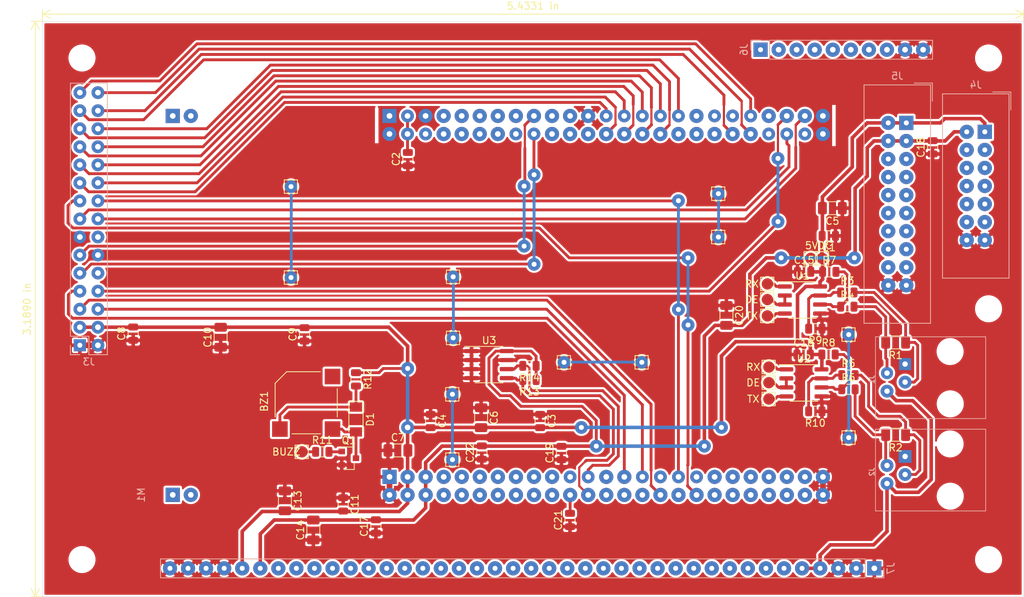
<source format=kicad_pcb>
(kicad_pcb (version 20171130) (host pcbnew "(5.1.5)-3")
  (layers (0 F.Cu signal) (31 B.Cu signal) (34 B.Paste user) (35 F.Paste user) (36 B.SilkS user) (37 F.SilkS user) (38 B.Mask user) (39 F.Mask user) (44 Edge.Cuts user))
  (net 0 "")
  (net 1 "Net-(M1-Pad57)")
  (net 2 "Net-(M1-Pad58)")
  (net 3 "Net-(M1-Pad59)")
  (net 4 "Net-(M1-Pad60)")
  (net 5 "Net-(M1-Pad62)")
  (net 6 "Net-(M1-Pad63)")
  (net 7 "Net-(M1-Pad65)")
  (net 8 "Net-(M1-Pad66)")
  (net 9 "Net-(M1-Pad67)")
  (net 10 "Net-(M1-Pad68)")
  (net 11 "Net-(M1-Pad71)")
  (net 12 "Net-(M1-Pad75)")
  (net 13 "Net-(M1-Pad76)")
  (net 14 "Net-(M1-Pad78)")
  (net 15 "Net-(M1-Pad80)")
  (net 16 "Net-(M1-Pad91)")
  (net 17 "Net-(M1-Pad93)")
  (net 18 "Net-(M1-Pad35)")
  (net 19 "Net-(M1-Pad37)")
  (net 20 "Net-(M1-Pad34)")
  (net 21 "Net-(M1-Pad44)")
  (net 22 "Net-(M1-Pad43)")
  (net 23 "Net-(M1-Pad6)")
  (net 24 "Net-(M1-Pad16)")
  (net 25 "Net-(M1-Pad15)")
  (net 26 "Net-(M1-Pad36)")
  (net 27 "Net-(M1-Pad48)")
  (net 28 GND)
  (net 29 /~RD)
  (net 30 /~WR)
  (net 31 /~CS)
  (net 32 /RS)
  (net 33 /WAIT)
  (net 34 /~INT)
  (net 35 /~RST)
  (net 36 /BL)
  (net 37 /DB0)
  (net 38 /DB1)
  (net 39 /DB2)
  (net 40 /DB3)
  (net 41 /DB4)
  (net 42 /DB5)
  (net 43 /DB6)
  (net 44 /DB7)
  (net 45 /DB8)
  (net 46 /DB9)
  (net 47 /DB10)
  (net 48 /DB11)
  (net 49 /DB12)
  (net 50 /DB13)
  (net 51 /DB14)
  (net 52 /DB15)
  (net 53 /5VDC)
  (net 54 /3VDC)
  (net 55 /U5RX)
  (net 56 /U5TX)
  (net 57 /U4TX)
  (net 58 /U4RX)
  (net 59 "Net-(J5-Pad5)")
  (net 60 "Net-(J5-Pad6)")
  (net 61 "Net-(J5-Pad7)")
  (net 62 "Net-(J5-Pad8)")
  (net 63 "Net-(J5-Pad9)")
  (net 64 "Net-(J5-Pad10)")
  (net 65 "Net-(J5-Pad11)")
  (net 66 "Net-(J5-Pad12)")
  (net 67 "Net-(J5-Pad13)")
  (net 68 "Net-(J5-Pad14)")
  (net 69 "Net-(J5-Pad15)")
  (net 70 "Net-(J5-Pad16)")
  (net 71 "Net-(J5-Pad17)")
  (net 72 "Net-(J5-Pad18)")
  (net 73 "Net-(R3-Pad1)")
  (net 74 "Net-(J6-Pad1)")
  (net 75 "Net-(J6-Pad2)")
  (net 76 "Net-(J6-Pad3)")
  (net 77 "Net-(J6-Pad4)")
  (net 78 "Net-(J6-Pad5)")
  (net 79 "Net-(J6-Pad6)")
  (net 80 "Net-(J6-Pad7)")
  (net 81 "Net-(J6-Pad8)")
  (net 82 "Net-(R10-Pad2)")
  (net 83 /U4DE)
  (net 84 /U5DE)
  (net 85 /12VDC)
  (net 86 "Net-(BZ1-Pad2)")
  (net 87 "Net-(BZ1-Pad1)")
  (net 88 "Net-(Q1-Pad1)")
  (net 89 /BUZZ)
  (net 90 "Net-(C21-Pad2)")
  (net 91 /PWM2)
  (net 92 /SCL)
  (net 93 /SDA)
  (net 94 /DS_DATA)
  (net 95 /SWDCLK)
  (net 96 /TEST_OUT)
  (net 97 /SWDIO)
  (net 98 /PWM3)
  (net 99 /PWM4)
  (net 100 /PWM1)
  (net 101 /ADC_CH15)
  (net 102 /ADC_CH11)
  (net 103 /ADC_CH14)
  (net 104 /ADC_CH13)
  (net 105 /ADC_CH9)
  (net 106 /ADC_CH10)
  (net 107 /ADC_CH12)
  (net 108 /ADC_CH8)
  (net 109 /VDD)
  (net 110 "Net-(J1-Pad2)")
  (net 111 "Net-(J1-Pad3)")
  (net 112 "Net-(J2-Pad3)")
  (net 113 "Net-(J2-Pad2)")
  (net 114 "Net-(J4-Pad3)")
  (net 115 "Net-(J4-Pad4)")
  (net 116 "Net-(J4-Pad5)")
  (net 117 "Net-(J4-Pad6)")
  (net 118 "Net-(J4-Pad7)")
  (net 119 "Net-(J4-Pad8)")
  (net 120 "Net-(J4-Pad9)")
  (net 121 "Net-(J4-Pad10)")
  (net 122 "Net-(J4-Pad11)")
  (net 123 "Net-(J4-Pad12)")
  (net 124 "Net-(J7-Pad6)")
  (net 125 "Net-(J7-Pad12)")
  (net 126 "Net-(J7-Pad13)")
  (net 127 "Net-(J7-Pad14)")
  (net 128 "Net-(J7-Pad15)")
  (net 129 "Net-(J7-Pad18)")
  (net 130 "Net-(J7-Pad19)")
  (net 131 "Net-(J7-Pad20)")
  (net 132 "Net-(J7-Pad21)")
  (net 133 "Net-(J7-Pad22)")
  (net 134 "Net-(J7-Pad23)")
  (net 135 "Net-(J7-Pad24)")
  (net 136 "Net-(J7-Pad33)")
  (net 137 "Net-(J7-Pad34)")
  (net 138 "Net-(R4-Pad1)")
  (net 139 "Net-(R6-Pad1)")
  (net 140 "Net-(M1-Pad98)")
  (net 141 /SDIO_CMD)
  (net 142 /SDIO_CK)
  (net 143 /SDIO_D2)
  (net 144 /SDIO_D3)
  (net 145 "Net-(M1-Pad94)")
  (net 146 /SDIO_D0)
  (net 147 /SDIO_D1)
  (net 148 /SD_DETECT)
  (net 149 /U2DE)
  (net 150 /U2RX)
  (net 151 /U2TX)
  (module Connector_Pin:Pin_D0.7mm_L6.5mm_W1.8mm_FlatFork (layer F.Cu) (at 140.667 116.5)
    (fp_text reference "" (at -2.2 0) (layer F.SilkS))
    (fp_text value "" hide)
    (pad 1 thru_hole circle (at 0 0) (size 1.8 1.8) (drill 0.7) (layers *.Cu *.Mask) (net 28 GND))
  )
  (module Connector_Pin:Pin_D0.7mm_L6.5mm_W1.8mm_FlatFork (layer F.Cu) (at 140.667 125.7)
    (fp_text reference "" (at -2.2 0) (layer F.SilkS))
    (fp_text value "" hide)
    (pad 1 thru_hole circle (at 0 0) (size 1.8 1.8) (drill 0.7) (layers *.Cu *.Mask) (net 28 GND))
  )
  (module Connector_Pin:Pin_D0.7mm_L6.5mm_W1.8mm_FlatFork (layer F.Cu) (at 119.5 124.6)
    (fp_text reference BUZZ (at -2.2 0) (layer F.SilkS))
    (fp_text value Pin_D0.7mm_L6.5mm_W1.8mm_FlatFork hide)
    (pad 1 smd circle (at 0 0) (size 1.6 1.6) (layers F.Cu F.Paste F.Mask) (net 89 /BUZZ))
  )
  (module Connector_Pin:Pin_D0.7mm_L6.5mm_W1.8mm_FlatFork (layer F.Cu) (at 196.4 122.6)
    (fp_text reference "" (at -2.2 0) (layer F.SilkS))
    (fp_text value "" hide)
    (pad 1 thru_hole circle (at 0 0) (size 1.8 1.8) (drill 0.7) (layers *.Cu *.Mask) (net 28 GND))
  )
  (module Connector_Pin:Pin_D0.7mm_L6.5mm_W1.8mm_FlatFork (layer F.Cu) (at 196.4 108.1)
    (fp_text reference "" (at -2.2 0) (layer F.SilkS))
    (fp_text value "" hide)
    (pad 1 thru_hole circle (at 0 0) (size 1.8 1.8) (drill 0.7) (layers *.Cu *.Mask) (net 28 GND))
  )
  (module Connector_Pin:Pin_D0.7mm_L6.5mm_W1.8mm_FlatFork (layer F.Cu) (at 178.067 88.267)
    (fp_text reference "" (at -2.2 0) (layer F.SilkS))
    (fp_text value "" hide)
    (pad 1 thru_hole circle (at 0 0) (size 1.8 1.8) (drill 0.7) (layers *.Cu *.Mask) (net 28 GND))
  )
  (module Connector_Pin:Pin_D0.7mm_L6.5mm_W1.8mm_FlatFork (layer F.Cu) (at 178.067 94.367)
    (fp_text reference "" (at -2.2 0) (layer F.SilkS))
    (fp_text value "" hide)
    (pad 1 thru_hole circle (at 0 0) (size 1.8 1.8) (drill 0.7) (layers *.Cu *.Mask) (net 28 GND))
  )
  (module Connector_Pin:Pin_D0.7mm_L6.5mm_W1.8mm_FlatFork (layer F.Cu) (at 117.967 87.267)
    (fp_text reference "" (at -2.2 0) (layer F.SilkS))
    (fp_text value "" hide)
    (pad 1 thru_hole circle (at 0 0) (size 1.8 1.8) (drill 0.7) (layers *.Cu *.Mask) (net 28 GND))
  )
  (module Connector_Pin:Pin_D0.7mm_L6.5mm_W1.8mm_FlatFork (layer F.Cu) (at 117.967 100.067)
    (fp_text reference "" (at -2.2 0) (layer F.SilkS))
    (fp_text value "" hide)
    (pad 1 thru_hole circle (at 0 0) (size 1.8 1.8) (drill 0.7) (layers *.Cu *.Mask) (net 28 GND))
  )
  (module Connector_Pin:Pin_D0.7mm_L6.5mm_W1.8mm_FlatFork (layer F.Cu) (at 140.767 99.967)
    (fp_text reference "" (at -2.2 0) (layer F.SilkS))
    (fp_text value "" hide)
    (pad 1 thru_hole circle (at 0 0) (size 1.8 1.8) (drill 0.7) (layers *.Cu *.Mask) (net 28 GND))
  )
  (module Connector_Pin:Pin_D0.7mm_L6.5mm_W1.8mm_FlatFork (layer F.Cu) (at 140.767 108.567)
    (fp_text reference "" (at -2.2 0) (layer F.SilkS))
    (fp_text value "" hide)
    (pad 1 thru_hole circle (at 0 0) (size 1.8 1.8) (drill 0.7) (layers *.Cu *.Mask) (net 28 GND))
  )
  (module Connector_Pin:Pin_D0.7mm_L6.5mm_W1.8mm_FlatFork (layer F.Cu) (at 156.367 112)
    (fp_text reference "" (at -2.2 0) (layer F.SilkS))
    (fp_text value "" hide)
    (pad 1 thru_hole circle (at 0 0) (size 1.8 1.8) (drill 0.7) (layers *.Cu *.Mask) (net 28 GND))
  )
  (module Connector_Pin:Pin_D0.7mm_L6.5mm_W1.8mm_FlatFork (layer F.Cu) (at 167.3 112)
    (fp_text reference "" (at -2.2 0) (layer F.SilkS))
    (fp_text value "" hide)
    (pad 1 thru_hole circle (at 0 0) (size 1.8 1.8) (drill 0.7) (layers *.Cu *.Mask) (net 28 GND))
  )
  (module ER-TFTM050-2:ER-TFTM050-2 (layer F.Cu) (at 218.567 142.367 180)
    (fp_text reference REF** hide)
    (fp_text value ER-TFTM050-2)
  )
  (module Connector_Pin:Pin_D0.7mm_L6.5mm_W1.8mm_FlatFork (layer F.Cu) (at 185.167 117.167)
    (fp_text reference TX (at -2.2 0) (layer F.SilkS))
    (fp_text value Pin_D0.7mm_L6.5mm_W1.8mm_FlatFork hide)
    (pad 1 smd circle (at 0 0) (size 1.6 1.6) (layers F.Cu F.Paste F.Mask) (net 56 /U5TX))
  )
  (module Connector_Pin:Pin_D0.7mm_L6.5mm_W1.8mm_FlatFork (layer F.Cu) (at 185.167 114.867)
    (fp_text reference DE (at -2.2 0) (layer F.SilkS))
    (fp_text value Pin_D0.7mm_L6.5mm_W1.8mm_FlatFork hide)
    (pad 1 smd circle (at 0 0) (size 1.6 1.6) (layers F.Cu F.Paste F.Mask) (net 84 /U5DE))
  )
  (module Connector_Pin:Pin_D0.7mm_L6.5mm_W1.8mm_FlatFork (layer F.Cu) (at 185.167 112.667)
    (fp_text reference RX (at -2.2 0) (layer F.SilkS))
    (fp_text value Pin_D0.7mm_L6.5mm_W1.8mm_FlatFork hide)
    (pad 1 smd circle (at 0 0) (size 1.6 1.6) (layers F.Cu F.Paste F.Mask) (net 55 /U5RX))
  )
  (module Connector_Pin:Pin_D0.7mm_L6.5mm_W1.8mm_FlatFork (layer F.Cu) (at 191.067 97.367)
    (fp_text reference 5VDC (at 1.1 -1.8) (layer F.SilkS))
    (fp_text value Pin_D0.7mm_L6.5mm_W1.8mm_FlatFork hide)
    (pad 1 smd circle (at 0 0) (size 1.6 1.6) (layers F.Cu F.Paste F.Mask) (net 53 /5VDC))
  )
  (module Connector_Pin:Pin_D0.7mm_L6.5mm_W1.8mm_FlatFork (layer F.Cu) (at 184.967 103.167)
    (fp_text reference DE (at -2.2 0) (layer F.SilkS))
    (fp_text value Pin_D0.7mm_L6.5mm_W1.8mm_FlatFork hide)
    (pad 1 smd circle (at 0 0) (size 1.6 1.6) (layers F.Cu F.Paste F.Mask) (net 83 /U4DE))
  )
  (module Connector_Pin:Pin_D0.7mm_L6.5mm_W1.8mm_FlatFork (layer F.Cu) (at 184.967 105.467)
    (fp_text reference TX (at -2.2 0) (layer F.SilkS))
    (fp_text value Pin_D0.7mm_L6.5mm_W1.8mm_FlatFork hide)
    (pad 1 smd circle (at 0 0) (size 1.6 1.6) (layers F.Cu F.Paste F.Mask) (net 57 /U4TX))
  )
  (module Connector_Pin:Pin_D0.7mm_L6.5mm_W1.8mm_FlatFork (layer F.Cu) (at 184.967 100.967)
    (fp_text reference RX (at -2.2 0) (layer F.SilkS))
    (fp_text value Pin_D0.7mm_L6.5mm_W1.8mm_FlatFork hide)
    (pad 1 smd circle (at 0 0) (size 1.6 1.6) (layers F.Cu F.Paste F.Mask) (net 58 /U4RX))
  )
  (module Connector_Pin:Pin_D0.7mm_L6.5mm_W1.8mm_FlatFork (layer F.Cu) (at 192.667 97.367)
    (fp_text reference REF** hide)
    (fp_text value Pin_D0.7mm_L6.5mm_W1.8mm_FlatFork hide)
    (pad 1 smd circle (at 0 0) (size 1.6 1.6) (layers F.Cu F.Paste F.Mask) (net 53 /5VDC))
  )
  (module MountingHole:MountingHole_3.2mm_M3_DIN965 (layer F.Cu) (at 216.067 69.167)
    (fp_text reference REF** hide)
    (fp_text value MountingHole_3.2mm_M3_DIN965 hide)
    (pad 1 np_thru_hole circle (at 0 0) (size 3.2 3.2) (drill 3.2) (layers *.Cu *.Mask))
  )
  (module MountingHole:MountingHole_3.2mm_M3_DIN965 (layer F.Cu) (at 216.067 104.467)
    (fp_text reference REF** hide)
    (fp_text value MountingHole_3.2mm_M3_DIN965 hide)
    (pad 1 np_thru_hole circle (at 0 0) (size 3.2 3.2) (drill 3.2) (layers *.Cu *.Mask))
  )
  (module MountingHole:MountingHole_3.2mm_M3_DIN965 (layer F.Cu) (at 216.067 139.767)
    (fp_text reference REF** hide)
    (fp_text value MountingHole_3.2mm_M3_DIN965 hide)
    (pad 1 np_thru_hole circle (at 0 0) (size 3.2 3.2) (drill 3.2) (layers *.Cu *.Mask))
  )
  (module MountingHole:MountingHole_3.2mm_M3_DIN965 (layer F.Cu) (at 88.567 139.767)
    (fp_text reference REF** hide)
    (fp_text value MountingHole_3.2mm_M3_DIN965 hide)
    (pad 1 np_thru_hole circle (at 0 0) (size 3.2 3.2) (drill 3.2) (layers *.Cu *.Mask))
  )
  (module MountingHole:MountingHole_3.2mm_M3_DIN965 (layer F.Cu) (at 88.567 69.167)
    (fp_text reference REF** hide)
    (fp_text value MountingHole_3.2mm_M3_DIN965 hide)
    (pad 1 np_thru_hole circle (at 0 0) (size 3.2 3.2) (drill 3.2) (layers *.Cu *.Mask))
  )
  (module STM32F4_Disco:STM32F4_Disco (layer B.Cu) (at 98 71 270)
    (fp_text reference M1 (at 59.67 1.105 270) (layer B.SilkS) (effects (justify mirror)))
    (fp_text value STM32F4-Disco)
    (pad 98 thru_hole circle (at 59.67 -92.24 270) (size 2 2) (drill 0.8) (layers *.Cu *.Mask) (net 140 "Net-(M1-Pad98)"))
    (pad 52 thru_hole circle (at 59.67 -33.82 270) (size 2 2) (drill 0.8) (layers *.Cu *.Mask) (net 28 GND))
    (pad 51 thru_hole rect (at 57.13 -33.82 270) (size 2 2) (drill 0.8) (layers *.Cu *.Mask) (net 28 GND))
    (pad 53 thru_hole circle (at 57.13 -36.36 270) (size 2 2) (drill 0.8) (layers *.Cu *.Mask) (net 53 /5VDC))
    (pad 54 thru_hole circle (at 59.67 -36.36 270) (size 2 2) (drill 0.8) (layers *.Cu *.Mask) (net 53 /5VDC))
    (pad 55 thru_hole circle (at 57.13 -38.9 270) (size 2 2) (drill 0.8) (layers *.Cu *.Mask) (net 54 /3VDC))
    (pad 56 thru_hole circle (at 59.67 -38.9 270) (size 2 2) (drill 0.8) (layers *.Cu *.Mask) (net 54 /3VDC))
    (pad 57 thru_hole circle (at 57.13 -41.44 270) (size 2 2) (drill 0.8) (layers *.Cu *.Mask) (net 1 "Net-(M1-Pad57)"))
    (pad 58 thru_hole circle (at 59.67 -41.44 270) (size 2 2) (drill 0.8) (layers *.Cu *.Mask) (net 2 "Net-(M1-Pad58)"))
    (pad 59 thru_hole circle (at 57.13 -43.98 270) (size 2 2) (drill 0.8) (layers *.Cu *.Mask) (net 3 "Net-(M1-Pad59)"))
    (pad 60 thru_hole circle (at 59.67 -43.98 270) (size 2 2) (drill 0.8) (layers *.Cu *.Mask) (net 4 "Net-(M1-Pad60)"))
    (pad 61 thru_hole circle (at 57.13 -46.52 270) (size 2 2) (drill 0.8) (layers *.Cu *.Mask) (net 91 /PWM2))
    (pad 62 thru_hole circle (at 59.67 -46.52 270) (size 2 2) (drill 0.8) (layers *.Cu *.Mask) (net 5 "Net-(M1-Pad62)"))
    (pad 63 thru_hole circle (at 57.13 -49.06 270) (size 2 2) (drill 0.8) (layers *.Cu *.Mask) (net 6 "Net-(M1-Pad63)"))
    (pad 64 thru_hole circle (at 59.67 -49.06 270) (size 2 2) (drill 0.8) (layers *.Cu *.Mask) (net 100 /PWM1))
    (pad 65 thru_hole circle (at 57.13 -51.6 270) (size 2 2) (drill 0.8) (layers *.Cu *.Mask) (net 7 "Net-(M1-Pad65)"))
    (pad 66 thru_hole circle (at 59.67 -51.6 270) (size 2 2) (drill 0.8) (layers *.Cu *.Mask) (net 8 "Net-(M1-Pad66)"))
    (pad 67 thru_hole circle (at 57.13 -54.14 270) (size 2 2) (drill 0.8) (layers *.Cu *.Mask) (net 9 "Net-(M1-Pad67)"))
    (pad 68 thru_hole circle (at 59.67 -54.14 270) (size 2 2) (drill 0.8) (layers *.Cu *.Mask) (net 10 "Net-(M1-Pad68)"))
    (pad 69 thru_hole circle (at 57.13 -56.68 270) (size 2 2) (drill 0.8) (layers *.Cu *.Mask) (net 89 /BUZZ))
    (pad 70 thru_hole circle (at 59.67 -56.68 270) (size 2 2) (drill 0.8) (layers *.Cu *.Mask) (net 36 /BL))
    (pad 71 thru_hole circle (at 57.13 -59.22 270) (size 1.8 1.8) (drill 0.8) (layers *.Cu *.Mask) (net 11 "Net-(M1-Pad71)"))
    (pad 72 thru_hole circle (at 59.67 -59.22 270) (size 2 2) (drill 0.8) (layers *.Cu *.Mask) (net 90 "Net-(C21-Pad2)"))
    (pad 73 thru_hole circle (at 57.13 -61.76 270) (size 1.8 1.8) (drill 0.8) (layers *.Cu *.Mask Eco2.User) (net 92 /SCL))
    (pad 74 thru_hole circle (at 59.67 -61.76 270) (size 2 2) (drill 0.8) (layers *.Cu *.Mask) (net 93 /SDA))
    (pad 75 thru_hole circle (at 57.13 -64.3 270) (size 2 2) (drill 0.8) (layers *.Cu *.Mask) (net 12 "Net-(M1-Pad75)"))
    (pad 76 thru_hole circle (at 59.67 -64.3 270) (size 2 2) (drill 0.8) (layers *.Cu *.Mask) (net 13 "Net-(M1-Pad76)"))
    (pad 77 thru_hole circle (at 57.13 -66.84 270) (size 2 2) (drill 0.8) (layers *.Cu *.Mask) (net 31 /~CS))
    (pad 78 thru_hole circle (at 59.67 -66.84 270) (size 2 2) (drill 0.8) (layers *.Cu *.Mask) (net 14 "Net-(M1-Pad78)"))
    (pad 79 thru_hole circle (at 57.13 -69.38 270) (size 1.8 1.8) (drill 0.8) (layers *.Cu *.Mask) (net 30 /~WR))
    (pad 80 thru_hole circle (at 59.67 -69.38 270) (size 2 2) (drill 0.8) (layers *.Cu *.Mask) (net 15 "Net-(M1-Pad80)"))
    (pad 81 thru_hole circle (at 57.13 -71.92 270) (size 1.8 1.8) (drill 0.8) (layers *.Cu *.Mask) (net 149 /U2DE))
    (pad 82 thru_hole circle (at 59.67 -71.92 270) (size 2 2) (drill 0.8) (layers *.Cu *.Mask) (net 29 /~RD))
    (pad 83 thru_hole circle (at 57.13 -74.46 270) (size 1.8 1.8) (drill 0.8) (layers *.Cu *.Mask) (net 40 /DB3))
    (pad 84 thru_hole circle (at 59.67 -74.46 270) (size 2 2) (drill 0.8) (layers *.Cu *.Mask) (net 141 /SDIO_CMD))
    (pad 85 thru_hole circle (at 57.13 -77 270) (size 1.8 1.8) (drill 0.8) (layers *.Cu *.Mask) (net 142 /SDIO_CK))
    (pad 86 thru_hole circle (at 59.67 -77 270) (size 2 2) (drill 0.8) (layers *.Cu *.Mask) (net 39 /DB2))
    (pad 87 thru_hole circle (at 57.13 -79.54 270) (size 2 2) (drill 0.8) (layers *.Cu *.Mask) (net 143 /SDIO_D2))
    (pad 88 thru_hole circle (at 59.67 -79.54 270) (size 2 2) (drill 0.8) (layers *.Cu *.Mask) (net 144 /SDIO_D3))
    (pad 89 thru_hole circle (at 57.13 -82.08 270) (size 2 2) (drill 0.8) (layers *.Cu *.Mask) (net 95 /SWDCLK))
    (pad 90 thru_hole circle (at 59.67 -82.08 270) (size 2 2) (drill 0.8) (layers *.Cu *.Mask) (net 96 /TEST_OUT))
    (pad 91 thru_hole circle (at 57.13 -84.62 270) (size 2 2) (drill 0.8) (layers *.Cu *.Mask) (net 16 "Net-(M1-Pad91)"))
    (pad 92 thru_hole circle (at 59.67 -84.62 270) (size 2 2) (drill 0.8) (layers *.Cu *.Mask) (net 97 /SWDIO))
    (pad 93 thru_hole circle (at 57.13 -87.16 270) (size 2 2) (drill 0.8) (layers *.Cu *.Mask) (net 17 "Net-(M1-Pad93)"))
    (pad 94 thru_hole circle (at 59.67 -87.16 270) (size 2 2) (drill 0.8) (layers *.Cu *.Mask) (net 145 "Net-(M1-Pad94)"))
    (pad 95 thru_hole circle (at 57.13 -89.7 270) (size 2 2) (drill 0.8) (layers *.Cu *.Mask) (net 146 /SDIO_D0))
    (pad 96 thru_hole circle (at 59.67 -89.7 270) (size 2 2) (drill 0.8) (layers *.Cu *.Mask) (net 147 /SDIO_D1))
    (pad 97 thru_hole circle (at 57.13 -92.24 270) (size 2 2) (drill 0.8) (layers *.Cu *.Mask) (net 148 /SD_DETECT))
    (pad 99 thru_hole circle (at 57.13 -94.78 270) (size 2 2) (drill 0.8) (layers *.Cu *.Mask) (net 28 GND))
    (pad 100 thru_hole circle (at 59.67 -94.78 270) (size 2 2) (drill 0.8) (layers *.Cu *.Mask) (net 28 GND))
    (pad 25 thru_hole circle (at 6.32 -64.29 270) (size 1.8 1.8) (drill 0.8) (layers *.Cu *.Mask) (net 41 /DB4))
    (pad 40 thru_hole circle (at 8.86 -82.07 270) (size 2 2) (drill 0.8) (layers *.Cu *.Mask) (net 50 /DB13))
    (pad 5 thru_hole circle (at 6.32 -38.89 270) (size 2 2) (drill 0.8) (layers *.Cu *.Mask) (net 28 GND))
    (pad 31 thru_hole circle (at 6.32 -71.91 270) (size 1.8 1.8) (drill 0.8) (layers *.Cu *.Mask) (net 47 /DB10))
    (pad 50 thru_hole circle (at 8.86 -94.77 270) (size 2 2) (drill 0.8) (layers *.Cu *.Mask) (net 28 GND))
    (pad 35 thru_hole circle (at 6.32 -76.99 270) (size 2 2) (drill 0.8) (layers *.Cu *.Mask) (net 18 "Net-(M1-Pad35)"))
    (pad 24 thru_hole circle (at 8.86 -61.75 270) (size 2 2) (drill 0.8) (layers *.Cu *.Mask) (net 83 /U4DE))
    (pad 19 thru_hole circle (at 6.32 -56.67 270) (size 2 2) (drill 0.8) (layers *.Cu *.Mask) (net 102 /ADC_CH11))
    (pad 33 thru_hole circle (at 6.32 -74.45 270) (size 1.8 1.8) (drill 0.8) (layers *.Cu *.Mask) (net 49 /DB12))
    (pad 23 thru_hole circle (at 6.32 -61.75 270) (size 2 2) (drill 0.8) (layers *.Cu *.Mask) (net 28 GND))
    (pad 13 thru_hole circle (at 6.32 -49.05 270) (size 2 2) (drill 0.8) (layers *.Cu *.Mask) (net 150 /U2RX))
    (pad 45 thru_hole circle (at 6.32 -89.69 270) (size 2 2) (drill 0.8) (layers *.Cu *.Mask) (net 32 /RS))
    (pad 7 thru_hole circle (at 6.32 -41.43 270) (size 2 2) (drill 0.8) (layers *.Cu *.Mask) (net 101 /ADC_CH15))
    (pad 42 thru_hole circle (at 8.86 -84.61 270) (size 2 2) (drill 0.8) (layers *.Cu *.Mask) (net 52 /DB15))
    (pad 37 thru_hole circle (at 6.32 -79.53 270) (size 1.8 1.8) (drill 0.8) (layers *.Cu *.Mask) (net 19 "Net-(M1-Pad37)"))
    (pad 29 thru_hole circle (at 6.32 -69.37 270) (size 1.8 1.8) (drill 0.8) (layers *.Cu *.Mask) (net 45 /DB8))
    (pad 17 thru_hole circle (at 6.32 -54.13 270) (size 2 2) (drill 0.8) (layers *.Cu *.Mask) (net 35 /~RST))
    (pad 26 thru_hole circle (at 8.86 -64.29 270) (size 2 2) (drill 0.8) (layers *.Cu *.Mask) (net 42 /DB5))
    (pad 12 thru_hole circle (at 8.86 -46.51 270) (size 2 2) (drill 0.8) (layers *.Cu *.Mask) (net 57 /U4TX))
    (pad 47 thru_hole circle (at 6.32 -92.23 270) (size 2 2) (drill 0.8) (layers *.Cu *.Mask) (net 38 /DB1))
    (pad 34 thru_hole circle (at 8.86 -74.45 270) (size 2 2) (drill 0.8) (layers *.Cu *.Mask) (net 20 "Net-(M1-Pad34)"))
    (pad 46 thru_hole circle (at 8.86 -89.69 270) (size 1.8 1.8) (drill 0.8) (layers *.Cu *.Mask) (net 37 /DB0))
    (pad 20 thru_hole circle (at 8.86 -56.67 270) (size 2 2) (drill 0.8) (layers *.Cu *.Mask) (net 106 /ADC_CH10))
    (pad 44 thru_hole circle (at 8.86 -87.15 270) (size 1.8 1.8) (drill 0.8) (layers *.Cu *.Mask) (net 21 "Net-(M1-Pad44)"))
    (pad 43 thru_hole circle (at 6.32 -87.15 270) (size 2 2) (drill 0.8) (layers *.Cu *.Mask) (net 22 "Net-(M1-Pad43)"))
    (pad 32 thru_hole circle (at 8.86 -71.91 270) (size 2 2) (drill 0.8) (layers *.Cu *.Mask) (net 48 /DB11))
    (pad 41 thru_hole circle (at 6.32 -84.61 270) (size 1.8 1.8) (drill 0.8) (layers *.Cu *.Mask) (net 51 /DB14))
    (pad 39 thru_hole circle (at 6.32 -82.07 270) (size 1.8 1.8) (drill 0.8) (layers *.Cu *.Mask) (net 99 /PWM4))
    (pad 9 thru_hole circle (at 6.32 -43.97 270) (size 2 2) (drill 0.8) (layers *.Cu *.Mask) (net 104 /ADC_CH13))
    (pad 38 thru_hole circle (at 8.86 -79.53 270) (size 2 2) (drill 0.8) (layers *.Cu *.Mask) (net 98 /PWM3))
    (pad 27 thru_hole circle (at 6.32 -66.83 270) (size 1.8 1.8) (drill 0.8) (layers *.Cu *.Mask) (net 43 /DB6))
    (pad 30 thru_hole circle (at 8.86 -69.37 270) (size 2 2) (drill 0.8) (layers *.Cu *.Mask) (net 46 /DB9))
    (pad 21 thru_hole circle (at 6.32 -59.21 270) (size 2 2) (drill 0.8) (layers *.Cu *.Mask) (net 105 /ADC_CH9))
    (pad 6 thru_hole circle (at 8.86 -38.89 270) (size 1.8 1.8) (drill 0.8) (layers *.Cu *.Mask) (net 23 "Net-(M1-Pad6)"))
    (pad 18 thru_hole circle (at 8.86 -54.13 270) (size 1.8 1.8) (drill 0.8) (layers *.Cu *.Mask) (net 33 /WAIT))
    (pad 8 thru_hole circle (at 8.86 -41.43 270) (size 2 2) (drill 0.8) (layers *.Cu *.Mask) (net 103 /ADC_CH14))
    (pad 14 thru_hole circle (at 8.86 -49.05 270) (size 2 2) (drill 0.8) (layers *.Cu *.Mask) (net 151 /U2TX))
    (pad 16 thru_hole circle (at 8.86 -51.59 270) (size 1.8 1.8) (drill 0.8) (layers *.Cu *.Mask) (net 24 "Net-(M1-Pad16)"))
    (pad 11 thru_hole circle (at 6.32 -46.51 270) (size 2 2) (drill 0.8) (layers *.Cu *.Mask) (net 58 /U4RX))
    (pad 10 thru_hole circle (at 8.86 -43.97 270) (size 2 2) (drill 0.8) (layers *.Cu *.Mask) (net 107 /ADC_CH12))
    (pad 15 thru_hole circle (at 6.32 -51.59 270) (size 2 2) (drill 0.8) (layers *.Cu *.Mask) (net 25 "Net-(M1-Pad15)"))
    (pad 49 thru_hole circle (at 6.32 -94.77 270) (size 2 2) (drill 0.8) (layers *.Cu *.Mask) (net 28 GND))
    (pad 36 thru_hole circle (at 8.86 -76.99 270) (size 2 2) (drill 0.8) (layers *.Cu *.Mask) (net 26 "Net-(M1-Pad36)"))
    (pad 28 thru_hole circle (at 8.86 -66.83 270) (size 2 2) (drill 0.8) (layers *.Cu *.Mask) (net 44 /DB7))
    (pad 22 thru_hole circle (at 8.86 -59.21 270) (size 2 2) (drill 0.8) (layers *.Cu *.Mask) (net 108 /ADC_CH8))
    (pad 4 thru_hole circle (at 8.86 -36.35 270) (size 1.8 1.8) (drill 0.8) (layers *.Cu *.Mask) (net 109 /VDD))
    (pad 1 thru_hole rect (at 6.32 -33.81 270) (size 2 2) (drill 0.8) (layers *.Cu *.Mask) (net 28 GND))
    (pad 3 thru_hole circle (at 6.32 -36.35 270) (size 1.8 1.8) (drill 0.8) (layers *.Cu *.Mask) (net 109 /VDD))
    (pad 2 thru_hole circle (at 8.86 -33.81 270) (size 2 2) (drill 0.8) (layers *.Cu *.Mask) (net 28 GND))
    (pad 48 thru_hole circle (at 8.86 -92.23 270) (size 1.8 1.8) (drill 0.8) (layers *.Cu *.Mask) (net 27 "Net-(M1-Pad48)"))
    (pad 101 thru_hole rect (at 6.32 -3.33 270) (size 2 2) (drill 0.8) (layers *.Cu *.Mask))
    (pad 102 thru_hole circle (at 6.32 -5.87 270) (size 2 2) (drill 0.8) (layers *.Cu *.Mask))
    (pad 103 thru_hole rect (at 59.66 -3.33 270) (size 2 2) (drill 0.8) (layers *.Cu *.Mask))
    (pad 104 thru_hole circle (at 59.66 -5.87 270) (size 2 2) (drill 0.8) (layers *.Cu *.Mask))
  )
  (module Connector_PinHeader_2.54mm:PinHeader_2x15_P2.54mm_Vertical (layer B.Cu) (at 88.265 109.601)
    (fp_text reference J3 (at 1.27 2.33) (layer B.SilkS) (effects (justify mirror)))
    (fp_text value RA8875)
    (pad 1 thru_hole rect (at 0 0) (size 1.7 1.7) (drill 0.7) (layers *.Cu *.Mask) (net 28 GND))
    (pad 2 thru_hole circle (at 2.54 0) (size 1.8 1.8) (drill 0.8) (layers *.Cu *.Mask) (net 28 GND))
    (pad 3 thru_hole circle (at 0 -2.54) (size 1.8 1.8) (drill 0.8) (layers *.Cu *.Mask) (net 53 /5VDC))
    (pad 4 thru_hole circle (at 2.54 -2.54) (size 1.8 1.8) (drill 0.8) (layers *.Cu *.Mask) (net 53 /5VDC))
    (pad 5 thru_hole circle (at 0 -5.08) (size 1.8 1.8) (drill 0.8) (layers *.Cu *.Mask) (net 29 /~RD))
    (pad 6 thru_hole circle (at 2.54 -5.08) (size 1.8 1.8) (drill 0.8) (layers *.Cu *.Mask) (net 30 /~WR))
    (pad 7 thru_hole circle (at 0 -7.62) (size 1.8 1.8) (drill 0.8) (layers *.Cu *.Mask) (net 31 /~CS))
    (pad 8 thru_hole circle (at 2.54 -7.62) (size 1.8 1.8) (drill 0.8) (layers *.Cu *.Mask) (net 32 /RS))
    (pad 9 thru_hole circle (at 0 -10.16) (size 1.8 1.8) (drill 0.8) (layers *.Cu *.Mask) (net 33 /WAIT))
    (pad 10 thru_hole circle (at 2.54 -10.16) (size 1.8 1.8) (drill 0.8) (layers *.Cu *.Mask) (net 34 /~INT))
    (pad 11 thru_hole circle (at 0 -12.7) (size 1.8 1.8) (drill 0.8) (layers *.Cu *.Mask) (net 35 /~RST))
    (pad 12 thru_hole circle (at 2.54 -12.7) (size 1.8 1.8) (drill 0.8) (layers *.Cu *.Mask) (net 28 GND))
    (pad 13 thru_hole circle (at 0 -15.24) (size 1.8 1.8) (drill 0.8) (layers *.Cu *.Mask) (net 28 GND))
    (pad 14 thru_hole circle (at 2.54 -15.24) (size 1.8 1.8) (drill 0.8) (layers *.Cu *.Mask) (net 36 /BL))
    (pad 15 thru_hole circle (at 0 -17.78) (size 1.8 1.8) (drill 0.8) (layers *.Cu *.Mask) (net 37 /DB0))
    (pad 16 thru_hole circle (at 2.54 -17.78) (size 1.8 1.8) (drill 0.8) (layers *.Cu *.Mask) (net 38 /DB1))
    (pad 17 thru_hole circle (at 0 -20.32) (size 1.8 1.8) (drill 0.8) (layers *.Cu *.Mask) (net 39 /DB2))
    (pad 18 thru_hole circle (at 2.54 -20.32) (size 1.8 1.8) (drill 0.8) (layers *.Cu *.Mask) (net 40 /DB3))
    (pad 19 thru_hole circle (at 0 -22.86) (size 1.8 1.8) (drill 0.8) (layers *.Cu *.Mask) (net 41 /DB4))
    (pad 20 thru_hole circle (at 2.54 -22.86) (size 1.8 1.8) (drill 0.8) (layers *.Cu *.Mask) (net 42 /DB5))
    (pad 21 thru_hole circle (at 0 -25.4) (size 1.8 1.8) (drill 0.8) (layers *.Cu *.Mask) (net 43 /DB6))
    (pad 22 thru_hole circle (at 2.54 -25.4) (size 1.8 1.8) (drill 0.8) (layers *.Cu *.Mask) (net 44 /DB7))
    (pad 23 thru_hole circle (at 0 -27.94) (size 1.8 1.8) (drill 0.8) (layers *.Cu *.Mask) (net 45 /DB8))
    (pad 24 thru_hole circle (at 2.54 -27.94) (size 1.8 1.8) (drill 0.8) (layers *.Cu *.Mask) (net 46 /DB9))
    (pad 25 thru_hole circle (at 0 -30.48) (size 1.8 1.8) (drill 0.8) (layers *.Cu *.Mask) (net 47 /DB10))
    (pad 26 thru_hole circle (at 2.54 -30.48) (size 1.8 1.8) (drill 0.8) (layers *.Cu *.Mask) (net 48 /DB11))
    (pad 27 thru_hole circle (at 0 -33.02) (size 1.8 1.8) (drill 0.8) (layers *.Cu *.Mask) (net 49 /DB12))
    (pad 28 thru_hole circle (at 2.54 -33.02) (size 1.8 1.8) (drill 0.8) (layers *.Cu *.Mask) (net 50 /DB13))
    (pad 29 thru_hole circle (at 0 -35.56) (size 1.8 1.8) (drill 0.8) (layers *.Cu *.Mask) (net 51 /DB14))
    (pad 30 thru_hole circle (at 2.54 -35.56) (size 1.8 1.8) (drill 0.8) (layers *.Cu *.Mask) (net 52 /DB15))
  )
  (module Connector_IDC:IDC-Header_2x07_P2.54mm_Vertical (layer B.Cu) (at 215.54 79.56 180)
    (fp_text reference J4 (at 1.27 6.604 180) (layer B.SilkS) (effects (justify mirror)))
    (fp_text value EXT2)
    (pad 1 thru_hole rect (at 0 0 180) (size 2 2) (drill 0.7) (layers *.Cu *.Mask) (net 53 /5VDC))
    (pad 2 thru_hole circle (at 2.54 0 180) (size 2 2) (drill 0.7) (layers *.Cu *.Mask) (net 54 /3VDC))
    (pad 3 thru_hole circle (at 0 -2.54 180) (size 2 2) (drill 0.7) (layers *.Cu *.Mask) (net 114 "Net-(J4-Pad3)"))
    (pad 4 thru_hole circle (at 2.54 -2.54 180) (size 2 2) (drill 0.7) (layers *.Cu *.Mask) (net 115 "Net-(J4-Pad4)"))
    (pad 5 thru_hole circle (at 0 -5.08 180) (size 2 2) (drill 0.7) (layers *.Cu *.Mask) (net 116 "Net-(J4-Pad5)"))
    (pad 6 thru_hole circle (at 2.54 -5.08 180) (size 2 2) (drill 0.7) (layers *.Cu *.Mask) (net 117 "Net-(J4-Pad6)"))
    (pad 7 thru_hole circle (at 0 -7.62 180) (size 2 2) (drill 0.7) (layers *.Cu *.Mask) (net 118 "Net-(J4-Pad7)"))
    (pad 8 thru_hole circle (at 2.54 -7.62 180) (size 2 2) (drill 0.7) (layers *.Cu *.Mask) (net 119 "Net-(J4-Pad8)"))
    (pad 9 thru_hole circle (at 0 -10.16 180) (size 2 2) (drill 0.7) (layers *.Cu *.Mask) (net 120 "Net-(J4-Pad9)"))
    (pad 10 thru_hole circle (at 2.54 -10.16 180) (size 2 2) (drill 0.7) (layers *.Cu *.Mask) (net 121 "Net-(J4-Pad10)"))
    (pad 11 thru_hole circle (at 0 -12.7 180) (size 2 2) (drill 0.7) (layers *.Cu *.Mask) (net 122 "Net-(J4-Pad11)"))
    (pad 12 thru_hole circle (at 2.54 -12.7 180) (size 2 2) (drill 0.7) (layers *.Cu *.Mask) (net 123 "Net-(J4-Pad12)"))
    (pad 13 thru_hole circle (at 0 -15.24 180) (size 2 2) (drill 0.7) (layers *.Cu *.Mask) (net 28 GND))
    (pad 14 thru_hole circle (at 2.54 -15.24 180) (size 2 2) (drill 0.7) (layers *.Cu *.Mask) (net 28 GND))
  )
  (module Capacitor_SMD:C_0805_2012Metric (layer F.Cu) (at 190.1295 99.267)
    (fp_text reference C15 (at 0 -1.65) (layer F.SilkS))
    (fp_text value 0.1)
    (pad 1 smd roundrect (at -0.9375 0) (size 0.975 1.4) (layers F.Cu F.Paste F.Mask) (net 28 GND))
    (pad 2 smd roundrect (at 0.9375 0) (size 0.975 1.4) (layers F.Cu F.Paste F.Mask) (net 53 /5VDC))
  )
  (module mech:RJ11_4P_Vertical_DIP (layer B.Cu) (at 207.667 114.167 270)
    (fp_text reference J1 (at 0.25 8 270) (layer B.SilkS) (effects (font (size 0.7 0.7)) (justify mirror)))
    (fp_text value "MB SLAVE")
    (pad 1 thru_hole rect (at -1.916 3.339 270) (size 1.7 1.7) (drill 0.762) (layers *.Cu *.Mask) (net 28 GND))
    (pad 2 thru_hole circle (at -0.646 5.879 270) (size 1.7 1.7) (drill 0.762) (layers *.Cu *.Mask) (net 110 "Net-(J1-Pad2)"))
    (pad 3 thru_hole circle (at 0.624 3.339 270) (size 1.8 1.8) (drill 0.762) (layers *.Cu *.Mask) (net 111 "Net-(J1-Pad3)"))
    (pad 4 thru_hole circle (at 1.894 5.879 270) (size 1.8 1.8) (drill 0.762) (layers *.Cu *.Mask) (net 85 /12VDC))
    (pad "" np_thru_hole circle (at -3.683 -2.99 270) (size 3.2 3.2) (drill 3.2) (layers *.Cu *.Mask))
    (pad "" np_thru_hole circle (at 3.683 -3.011 270) (size 3.2 3.2) (drill 3.2) (layers *.Cu *.Mask))
  )
  (module mech:RJ11_4P_Vertical_DIP (layer B.Cu) (at 207.667 127.167 270)
    (fp_text reference J2 (at 0.25 8 270) (layer B.SilkS) (effects (font (size 0.7 0.7)) (justify mirror)))
    (fp_text value "MB MASTER")
    (pad "" np_thru_hole circle (at 3.683 -3.011 270) (size 3.2 3.2) (drill 3.2) (layers *.Cu *.Mask))
    (pad "" np_thru_hole circle (at -3.683 -2.99 270) (size 3.2 3.2) (drill 3.2) (layers *.Cu *.Mask))
    (pad 4 thru_hole circle (at 1.894 5.879 270) (size 1.8 1.8) (drill 0.762) (layers *.Cu *.Mask) (net 85 /12VDC))
    (pad 3 thru_hole circle (at 0.624 3.339 270) (size 1.8 1.8) (drill 0.762) (layers *.Cu *.Mask) (net 112 "Net-(J2-Pad3)"))
    (pad 2 thru_hole circle (at -0.646 5.879 270) (size 1.8 1.8) (drill 0.762) (layers *.Cu *.Mask) (net 113 "Net-(J2-Pad2)"))
    (pad 1 thru_hole rect (at -1.916 3.339 270) (size 1.8 1.8) (drill 0.762) (layers *.Cu *.Mask) (net 28 GND))
  )
  (module Resistor_SMD:R_0805_2012Metric (layer F.Cu) (at 196.2045 102.167)
    (fp_text reference R3 (at 0 -1.65) (layer F.SilkS))
    (fp_text value 47R)
    (pad 1 smd roundrect (at -0.9375 0) (size 0.975 1.4) (layers F.Cu F.Paste F.Mask) (net 73 "Net-(R3-Pad1)"))
    (pad 2 smd roundrect (at 0.9375 0) (size 0.975 1.4) (layers F.Cu F.Paste F.Mask) (net 111 "Net-(J1-Pad3)"))
  )
  (module Resistor_SMD:R_0805_2012Metric (layer F.Cu) (at 196.2045 104.167)
    (fp_text reference R4 (at 0 -1.65) (layer F.SilkS))
    (fp_text value 47R)
    (pad 2 smd roundrect (at 0.9375 0) (size 0.975 1.4) (layers F.Cu F.Paste F.Mask) (net 110 "Net-(J1-Pad2)"))
    (pad 1 smd roundrect (at -0.9375 0) (size 0.975 1.4) (layers F.Cu F.Paste F.Mask) (net 138 "Net-(R4-Pad1)"))
  )
  (module Resistor_SMD:R_0805_2012Metric (layer F.Cu) (at 193.667 99.267)
    (fp_text reference R7 (at 0 -1.65) (layer F.SilkS))
    (fp_text value 4.7k)
    (pad 2 smd roundrect (at 0.9375 0) (size 0.975 1.4) (layers F.Cu F.Paste F.Mask) (net 138 "Net-(R4-Pad1)"))
    (pad 1 smd roundrect (at -0.9375 0) (size 0.975 1.4) (layers F.Cu F.Paste F.Mask) (net 53 /5VDC))
  )
  (module Resistor_SMD:R_0805_2012Metric (layer F.Cu) (at 191.7045 107.267 180)
    (fp_text reference R9 (at 0 -1.65) (layer F.SilkS))
    (fp_text value 4.7k)
    (pad 1 smd roundrect (at -0.9375 0 180) (size 0.975 1.4) (layers F.Cu F.Paste F.Mask) (net 28 GND))
    (pad 2 smd roundrect (at 0.9375 0 180) (size 0.975 1.4) (layers F.Cu F.Paste F.Mask) (net 73 "Net-(R3-Pad1)"))
  )
  (module Package_SO:SOIC-8_3.9x4.9mm_P1.27mm (layer F.Cu) (at 189.892 103.232)
    (fp_text reference U1 (at 0 -3.4) (layer F.SilkS))
    (fp_text value ST485B)
    (pad 1 smd roundrect (at -2.475 -1.905) (size 1.95 0.6) (layers F.Cu F.Paste F.Mask) (net 58 /U4RX))
    (pad 2 smd roundrect (at -2.475 -0.635) (size 1.95 0.6) (layers F.Cu F.Paste F.Mask) (net 83 /U4DE))
    (pad 3 smd roundrect (at -2.475 0.635) (size 1.95 0.6) (layers F.Cu F.Paste F.Mask) (net 83 /U4DE))
    (pad 4 smd roundrect (at -2.475 1.905) (size 1.95 0.6) (layers F.Cu F.Paste F.Mask) (net 57 /U4TX))
    (pad 5 smd roundrect (at 2.475 1.905) (size 1.95 0.6) (layers F.Cu F.Paste F.Mask) (net 28 GND))
    (pad 6 smd roundrect (at 2.475 0.635) (size 1.95 0.6) (layers F.Cu F.Paste F.Mask) (net 138 "Net-(R4-Pad1)"))
    (pad 7 smd roundrect (at 2.475 -0.635) (size 1.95 0.6) (layers F.Cu F.Paste F.Mask) (net 73 "Net-(R3-Pad1)"))
    (pad 8 smd roundrect (at 2.475 -1.905) (size 1.95 0.6) (layers F.Cu F.Paste F.Mask) (net 53 /5VDC))
  )
  (module Resistor_SMD:R_1206_3216Metric (layer F.Cu) (at 203 109.2 180)
    (fp_text reference R1 (at 0 -1.82) (layer F.SilkS))
    (fp_text value 120R)
    (pad 1 smd roundrect (at -1.4 0 180) (size 1.25 1.75) (layers F.Cu F.Paste F.Mask) (roundrect_rratio 0.2) (net 111 "Net-(J1-Pad3)"))
    (pad 2 smd roundrect (at 1.4 0 180) (size 1.25 1.75) (layers F.Cu F.Paste F.Mask) (roundrect_rratio 0.2) (net 110 "Net-(J1-Pad2)"))
  )
  (module Connector_PinHeader_2.54mm:PinHeader_1x10_P2.54mm_Vertical (layer B.Cu) (at 184 68 270)
    (fp_text reference J6 (at 0 2.33 270) (layer B.SilkS) (effects (justify mirror)))
    (fp_text value Service)
    (pad 1 thru_hole rect (at 0 0 270) (size 2 2) (drill 0.7) (layers *.Cu *.Mask) (net 74 "Net-(J6-Pad1)"))
    (pad 2 thru_hole circle (at 0 -2.54 270) (size 2 2) (drill 0.8) (layers *.Cu *.Mask) (net 75 "Net-(J6-Pad2)"))
    (pad 3 thru_hole circle (at 0 -5.08 270) (size 2 2) (drill 0.8) (layers *.Cu *.Mask) (net 76 "Net-(J6-Pad3)"))
    (pad 4 thru_hole circle (at 0 -7.62 270) (size 2 2) (drill 0.8) (layers *.Cu *.Mask) (net 77 "Net-(J6-Pad4)"))
    (pad 5 thru_hole circle (at 0 -10.16 270) (size 2 2) (drill 0.8) (layers *.Cu *.Mask) (net 78 "Net-(J6-Pad5)"))
    (pad 6 thru_hole circle (at 0 -12.7 270) (size 2 2) (drill 0.8) (layers *.Cu *.Mask) (net 79 "Net-(J6-Pad6)"))
    (pad 7 thru_hole circle (at 0 -15.24 270) (size 2 2) (drill 0.8) (layers *.Cu *.Mask) (net 80 "Net-(J6-Pad7)"))
    (pad 8 thru_hole circle (at 0 -17.78 270) (size 2 2) (drill 0.8) (layers *.Cu *.Mask) (net 81 "Net-(J6-Pad8)"))
    (pad 9 thru_hole circle (at 0 -20.32 270) (size 2 2) (drill 0.8) (layers *.Cu *.Mask) (net 28 GND))
    (pad 10 thru_hole circle (at 0 -22.86 270) (size 2 2) (drill 0.8) (layers *.Cu *.Mask) (net 28 GND))
  )
  (module Capacitor_SMD:C_0805_2012Metric (layer F.Cu) (at 193.6 94.2 180)
    (fp_text reference C1 (at 0 -1.65) (layer F.SilkS))
    (fp_text value 0.1)
    (pad 1 smd roundrect (at -0.9375 0 180) (size 0.975 1.4) (layers F.Cu F.Paste F.Mask) (net 28 GND))
    (pad 2 smd roundrect (at 0.9375 0 180) (size 0.975 1.4) (layers F.Cu F.Paste F.Mask) (net 53 /5VDC))
  )
  (module Capacitor_SMD:C_0805_2012Metric (layer F.Cu) (at 153 120.2625 270)
    (fp_text reference C3 (at 0 -1.65 90) (layer F.SilkS))
    (fp_text value 0.1)
    (pad 2 smd roundrect (at 0.9375 0 270) (size 0.975 1.4) (layers F.Cu F.Paste F.Mask) (net 53 /5VDC))
    (pad 1 smd roundrect (at -0.9375 0 270) (size 0.975 1.4) (layers F.Cu F.Paste F.Mask) (net 28 GND))
  )
  (module Capacitor_SMD:C_0805_2012Metric (layer F.Cu) (at 137.6 120.2625 270)
    (fp_text reference C4 (at 0 -1.65 90) (layer F.SilkS))
    (fp_text value 0.1)
    (pad 1 smd roundrect (at -0.9375 0 270) (size 0.975 1.4) (layers F.Cu F.Paste F.Mask) (net 28 GND))
    (pad 2 smd roundrect (at 0.9375 0 270) (size 0.975 1.4) (layers F.Cu F.Paste F.Mask) (net 53 /5VDC))
  )
  (module Capacitor_SMD:C_1206_3216Metric (layer F.Cu) (at 194.1 90.3 180)
    (fp_text reference C5 (at 0 -1.82) (layer F.SilkS))
    (fp_text value 1.0)
    (pad 1 smd roundrect (at -1.4 0 180) (size 1.25 1.75) (layers F.Cu F.Paste F.Mask) (roundrect_rratio 0.2) (net 28 GND))
    (pad 2 smd roundrect (at 1.4 0 180) (size 1.25 1.75) (layers F.Cu F.Paste F.Mask) (roundrect_rratio 0.2) (net 53 /5VDC))
  )
  (module Capacitor_SMD:C_1206_3216Metric (layer F.Cu) (at 144.7 119.8 270)
    (fp_text reference C6 (at 0 -1.82 90) (layer F.SilkS))
    (fp_text value 1.0)
    (pad 2 smd roundrect (at 1.4 0 270) (size 1.25 1.75) (layers F.Cu F.Paste F.Mask) (roundrect_rratio 0.2) (net 53 /5VDC))
    (pad 1 smd roundrect (at -1.4 0 270) (size 1.25 1.75) (layers F.Cu F.Paste F.Mask) (roundrect_rratio 0.2) (net 28 GND))
  )
  (module Capacitor_SMD:C_1206_3216Metric (layer F.Cu) (at 133 124.4)
    (fp_text reference C7 (at 0 -1.82) (layer F.SilkS))
    (fp_text value 1.0)
    (pad 1 smd roundrect (at -1.4 0) (size 1.25 1.75) (layers F.Cu F.Paste F.Mask) (roundrect_rratio 0.2) (net 28 GND))
    (pad 2 smd roundrect (at 1.4 0) (size 1.25 1.75) (layers F.Cu F.Paste F.Mask) (roundrect_rratio 0.2) (net 53 /5VDC))
  )
  (module Capacitor_SMD:C_0805_2012Metric (layer F.Cu) (at 95.767 107.967 90)
    (fp_text reference C8 (at 0 -1.65 90) (layer F.SilkS))
    (fp_text value 0.1)
    (pad 1 smd roundrect (at -0.9375 0 90) (size 0.975 1.4) (layers F.Cu F.Paste F.Mask) (net 28 GND))
    (pad 2 smd roundrect (at 0.9375 0 90) (size 0.975 1.4) (layers F.Cu F.Paste F.Mask) (net 53 /5VDC))
  )
  (module Capacitor_SMD:C_0805_2012Metric (layer F.Cu) (at 119.867 108.067 90)
    (fp_text reference C9 (at 0 -1.65 90) (layer F.SilkS))
    (fp_text value 0.1)
    (pad 2 smd roundrect (at 0.9375 0 90) (size 0.975 1.4) (layers F.Cu F.Paste F.Mask) (net 53 /5VDC))
    (pad 1 smd roundrect (at -0.9375 0 90) (size 0.975 1.4) (layers F.Cu F.Paste F.Mask) (net 28 GND))
  )
  (module Capacitor_SMD:C_1206_3216Metric (layer F.Cu) (at 108.067 108.467 90)
    (fp_text reference C10 (at 0 -1.82 90) (layer F.SilkS))
    (fp_text value 1.0)
    (pad 1 smd roundrect (at -1.4 0 90) (size 1.25 1.75) (layers F.Cu F.Paste F.Mask) (roundrect_rratio 0.2) (net 28 GND))
    (pad 2 smd roundrect (at 1.4 0 90) (size 1.25 1.75) (layers F.Cu F.Paste F.Mask) (roundrect_rratio 0.2) (net 53 /5VDC))
  )
  (module Capacitor_SMD:C_0805_2012Metric (layer F.Cu) (at 190.0625 110.9)
    (fp_text reference C16 (at 0 -1.65) (layer F.SilkS))
    (fp_text value 0.1)
    (pad 1 smd roundrect (at -0.9375 0) (size 0.975 1.4) (layers F.Cu F.Paste F.Mask) (net 28 GND))
    (pad 2 smd roundrect (at 0.9375 0) (size 0.975 1.4) (layers F.Cu F.Paste F.Mask) (net 53 /5VDC))
  )
  (module Resistor_SMD:R_1206_3216Metric (layer F.Cu) (at 203 122.2 180)
    (fp_text reference R2 (at 0 -1.82) (layer F.SilkS))
    (fp_text value 120R)
    (pad 1 smd roundrect (at -1.4 0 180) (size 1.25 1.75) (layers F.Cu F.Paste F.Mask) (roundrect_rratio 0.2) (net 112 "Net-(J2-Pad3)"))
    (pad 2 smd roundrect (at 1.4 0 180) (size 1.25 1.75) (layers F.Cu F.Paste F.Mask) (roundrect_rratio 0.2) (net 113 "Net-(J2-Pad2)"))
  )
  (module Resistor_SMD:R_0805_2012Metric (layer F.Cu) (at 196.3625 113.8)
    (fp_text reference R5 (at 0 -1.65) (layer F.SilkS))
    (fp_text value 47R)
    (pad 1 smd roundrect (at -0.9375 0) (size 0.975 1.4) (layers F.Cu F.Paste F.Mask) (net 82 "Net-(R10-Pad2)"))
    (pad 2 smd roundrect (at 0.9375 0) (size 0.975 1.4) (layers F.Cu F.Paste F.Mask) (net 112 "Net-(J2-Pad3)"))
  )
  (module Resistor_SMD:R_0805_2012Metric (layer F.Cu) (at 196.3625 115.8)
    (fp_text reference R6 (at 0 -1.65) (layer F.SilkS))
    (fp_text value 47R)
    (pad 1 smd roundrect (at -0.9375 0) (size 0.975 1.4) (layers F.Cu F.Paste F.Mask) (net 139 "Net-(R6-Pad1)"))
    (pad 2 smd roundrect (at 0.9375 0) (size 0.975 1.4) (layers F.Cu F.Paste F.Mask) (net 113 "Net-(J2-Pad2)"))
  )
  (module Resistor_SMD:R_0805_2012Metric (layer F.Cu) (at 193.5625 110.9)
    (fp_text reference R8 (at 0 -1.65) (layer F.SilkS))
    (fp_text value 4.7k)
    (pad 2 smd roundrect (at 0.9375 0) (size 0.975 1.4) (layers F.Cu F.Paste F.Mask) (net 139 "Net-(R6-Pad1)"))
    (pad 1 smd roundrect (at -0.9375 0) (size 0.975 1.4) (layers F.Cu F.Paste F.Mask) (net 53 /5VDC))
  )
  (module Resistor_SMD:R_0805_2012Metric (layer F.Cu) (at 191.7 118.9 180)
    (fp_text reference R10 (at 0 -1.65) (layer F.SilkS))
    (fp_text value 4.7k)
    (pad 2 smd roundrect (at 0.9375 0 180) (size 0.975 1.4) (layers F.Cu F.Paste F.Mask) (net 82 "Net-(R10-Pad2)"))
    (pad 1 smd roundrect (at -0.9375 0 180) (size 0.975 1.4) (layers F.Cu F.Paste F.Mask) (net 28 GND))
  )
  (module Package_SO:SOIC-8_3.9x4.9mm_P1.27mm (layer F.Cu) (at 190.1 114.9)
    (fp_text reference U2 (at 0 -3.4) (layer F.SilkS))
    (fp_text value ST485B)
    (pad 1 smd roundrect (at -2.475 -1.905) (size 1.95 0.6) (layers F.Cu F.Paste F.Mask) (net 150 /U2RX))
    (pad 2 smd roundrect (at -2.475 -0.635) (size 1.95 0.6) (layers F.Cu F.Paste F.Mask) (net 149 /U2DE))
    (pad 3 smd roundrect (at -2.475 0.635) (size 1.95 0.6) (layers F.Cu F.Paste F.Mask) (net 149 /U2DE))
    (pad 4 smd roundrect (at -2.475 1.905) (size 1.95 0.6) (layers F.Cu F.Paste F.Mask) (net 151 /U2TX))
    (pad 5 smd roundrect (at 2.475 1.905) (size 1.95 0.6) (layers F.Cu F.Paste F.Mask) (net 28 GND))
    (pad 6 smd roundrect (at 2.475 0.635) (size 1.95 0.6) (layers F.Cu F.Paste F.Mask) (net 139 "Net-(R6-Pad1)"))
    (pad 7 smd roundrect (at 2.475 -0.635) (size 1.95 0.6) (layers F.Cu F.Paste F.Mask) (net 82 "Net-(R10-Pad2)"))
    (pad 8 smd roundrect (at 2.475 -1.905) (size 1.95 0.6) (layers F.Cu F.Paste F.Mask) (net 53 /5VDC))
  )
  (module Connector_IDC:IDC-Header_2x10_P2.54mm_Vertical (layer B.Cu) (at 204.5 78.3 180)
    (fp_text reference J5 (at 1.27 6.604) (layer B.SilkS) (effects (justify mirror)))
    (fp_text value EXT)
    (pad 1 thru_hole rect (at 0 0 180) (size 2 2) (drill 0.7) (layers *.Cu *.Mask) (net 53 /5VDC))
    (pad 2 thru_hole circle (at 2.54 0 180) (size 2 2) (drill 0.7) (layers *.Cu *.Mask) (net 53 /5VDC))
    (pad 3 thru_hole circle (at 0 -2.54 180) (size 2 2) (drill 0.7) (layers *.Cu *.Mask) (net 54 /3VDC))
    (pad 4 thru_hole circle (at 2.54 -2.54 180) (size 2 2) (drill 0.7) (layers *.Cu *.Mask) (net 54 /3VDC))
    (pad 5 thru_hole circle (at 0 -5.08 180) (size 2 2) (drill 0.7) (layers *.Cu *.Mask) (net 59 "Net-(J5-Pad5)"))
    (pad 6 thru_hole circle (at 2.54 -5.08 180) (size 2 2) (drill 0.7) (layers *.Cu *.Mask) (net 60 "Net-(J5-Pad6)"))
    (pad 7 thru_hole circle (at 0 -7.62 180) (size 2 2) (drill 0.7) (layers *.Cu *.Mask) (net 61 "Net-(J5-Pad7)"))
    (pad 8 thru_hole circle (at 2.54 -7.62 180) (size 2 2) (drill 0.7) (layers *.Cu *.Mask) (net 62 "Net-(J5-Pad8)"))
    (pad 9 thru_hole circle (at 0 -10.16 180) (size 2 2) (drill 0.7) (layers *.Cu *.Mask) (net 63 "Net-(J5-Pad9)"))
    (pad 10 thru_hole circle (at 2.54 -10.16 180) (size 2 2) (drill 0.7) (layers *.Cu *.Mask) (net 64 "Net-(J5-Pad10)"))
    (pad 11 thru_hole circle (at 0 -12.7 180) (size 2 2) (drill 0.7) (layers *.Cu *.Mask) (net 65 "Net-(J5-Pad11)"))
    (pad 12 thru_hole circle (at 2.54 -12.7 180) (size 2 2) (drill 0.7) (layers *.Cu *.Mask) (net 66 "Net-(J5-Pad12)"))
    (pad 13 thru_hole circle (at 0 -15.24 180) (size 2 2) (drill 0.7) (layers *.Cu *.Mask) (net 67 "Net-(J5-Pad13)"))
    (pad 14 thru_hole circle (at 2.54 -15.24 180) (size 2 2) (drill 0.7) (layers *.Cu *.Mask) (net 68 "Net-(J5-Pad14)"))
    (pad 15 thru_hole circle (at 0 -17.78 180) (size 2 2) (drill 0.7) (layers *.Cu *.Mask) (net 69 "Net-(J5-Pad15)"))
    (pad 16 thru_hole circle (at 2.54 -17.78 180) (size 2 2) (drill 0.7) (layers *.Cu *.Mask) (net 70 "Net-(J5-Pad16)"))
    (pad 17 thru_hole circle (at 0 -20.32 180) (size 2 2) (drill 0.7) (layers *.Cu *.Mask) (net 71 "Net-(J5-Pad17)"))
    (pad 18 thru_hole circle (at 2.54 -20.32 180) (size 2 2) (drill 0.7) (layers *.Cu *.Mask) (net 72 "Net-(J5-Pad18)"))
    (pad 19 thru_hole circle (at 0 -22.86 180) (size 2 2) (drill 0.7) (layers *.Cu *.Mask) (net 28 GND))
    (pad 20 thru_hole circle (at 2.54 -22.86 180) (size 2 2) (drill 0.7) (layers *.Cu *.Mask) (net 28 GND))
  )
  (module Connector_PinHeader_2.54mm:PinHeader_1x40_P2.54mm_Vertical (layer B.Cu) (at 200 141 90)
    (fp_text reference J7 (at 0 2.33 270) (layer B.SilkS) (effects (justify mirror)))
    (fp_text value EXT1)
    (pad 1 thru_hole rect (at 0 0 90) (size 2 2) (drill 0.8) (layers *.Cu *.Mask) (net 28 GND))
    (pad 2 thru_hole circle (at 0 -2.54 90) (size 2 2) (drill 0.7) (layers *.Cu *.Mask) (net 28 GND))
    (pad 3 thru_hole circle (at 0 -5.08 90) (size 2 2) (drill 0.7) (layers *.Cu *.Mask) (net 28 GND))
    (pad 4 thru_hole circle (at 0 -7.62 90) (size 2 2) (drill 0.7) (layers *.Cu *.Mask) (net 85 /12VDC))
    (pad 5 thru_hole circle (at 0 -10.16 90) (size 2 2) (drill 0.7) (layers *.Cu *.Mask) (net 85 /12VDC))
    (pad 6 thru_hole circle (at 0 -12.7 90) (size 2 2) (drill 0.7) (layers *.Cu *.Mask) (net 124 "Net-(J7-Pad6)"))
    (pad 7 thru_hole circle (at 0 -15.24 90) (size 2 2) (drill 0.7) (layers *.Cu *.Mask) (net 99 /PWM4))
    (pad 8 thru_hole circle (at 0 -17.78 90) (size 2 2) (drill 0.7) (layers *.Cu *.Mask) (net 98 /PWM3))
    (pad 9 thru_hole circle (at 0 -20.32 90) (size 2 2) (drill 0.7) (layers *.Cu *.Mask) (net 91 /PWM2))
    (pad 10 thru_hole circle (at 0 -22.86 90) (size 2 2) (drill 0.7) (layers *.Cu *.Mask) (net 100 /PWM1))
    (pad 11 thru_hole circle (at 0 -25.4 90) (size 2 2) (drill 0.7) (layers *.Cu *.Mask) (net 94 /DS_DATA))
    (pad 12 thru_hole circle (at 0 -27.94 90) (size 2 2) (drill 0.7) (layers *.Cu *.Mask) (net 125 "Net-(J7-Pad12)"))
    (pad 13 thru_hole circle (at 0 -30.48 90) (size 2 2) (drill 0.7) (layers *.Cu *.Mask) (net 126 "Net-(J7-Pad13)"))
    (pad 14 thru_hole circle (at 0 -33.02 90) (size 2 2) (drill 0.7) (layers *.Cu *.Mask) (net 127 "Net-(J7-Pad14)"))
    (pad 15 thru_hole circle (at 0 -35.56 90) (size 2 2) (drill 0.7) (layers *.Cu *.Mask) (net 128 "Net-(J7-Pad15)"))
    (pad 16 thru_hole circle (at 0 -38.1 90) (size 2 2) (drill 0.7) (layers *.Cu *.Mask) (net 92 /SCL))
    (pad 17 thru_hole circle (at 0 -40.64 90) (size 2 2) (drill 0.7) (layers *.Cu *.Mask) (net 93 /SDA))
    (pad 18 thru_hole circle (at 0 -43.18 90) (size 2 2) (drill 0.7) (layers *.Cu *.Mask) (net 129 "Net-(J7-Pad18)"))
    (pad 19 thru_hole circle (at 0 -45.72 90) (size 2 2) (drill 0.7) (layers *.Cu *.Mask) (net 130 "Net-(J7-Pad19)"))
    (pad 20 thru_hole circle (at 0 -48.26 90) (size 2 2) (drill 0.7) (layers *.Cu *.Mask) (net 131 "Net-(J7-Pad20)"))
    (pad 21 thru_hole circle (at 0 -50.8 90) (size 2 2) (drill 0.7) (layers *.Cu *.Mask) (net 132 "Net-(J7-Pad21)"))
    (pad 22 thru_hole circle (at 0 -53.34 90) (size 2 2) (drill 0.7) (layers *.Cu *.Mask) (net 133 "Net-(J7-Pad22)"))
    (pad 23 thru_hole circle (at 0 -55.88 90) (size 2 2) (drill 0.7) (layers *.Cu *.Mask) (net 134 "Net-(J7-Pad23)"))
    (pad 24 thru_hole circle (at 0 -58.42 90) (size 2 2) (drill 0.7) (layers *.Cu *.Mask) (net 135 "Net-(J7-Pad24)"))
    (pad 25 thru_hole circle (at 0 -60.96 90) (size 2 2) (drill 0.7) (layers *.Cu *.Mask) (net 108 /ADC_CH8))
    (pad 26 thru_hole circle (at 0 -63.5 90) (size 2 2) (drill 0.7) (layers *.Cu *.Mask) (net 105 /ADC_CH9))
    (pad 27 thru_hole circle (at 0 -66.04 90) (size 2 2) (drill 0.7) (layers *.Cu *.Mask) (net 106 /ADC_CH10))
    (pad 28 thru_hole circle (at 0 -68.58 90) (size 2 2) (drill 0.7) (layers *.Cu *.Mask) (net 102 /ADC_CH11))
    (pad 29 thru_hole circle (at 0 -71.12 90) (size 2 2) (drill 0.7) (layers *.Cu *.Mask) (net 107 /ADC_CH12))
    (pad 30 thru_hole circle (at 0 -73.66 90) (size 2 2) (drill 0.7) (layers *.Cu *.Mask) (net 104 /ADC_CH13))
    (pad 31 thru_hole circle (at 0 -76.2 90) (size 2 2) (drill 0.7) (layers *.Cu *.Mask) (net 103 /ADC_CH14))
    (pad 32 thru_hole circle (at 0 -78.74 90) (size 2 2) (drill 0.7) (layers *.Cu *.Mask) (net 101 /ADC_CH15))
    (pad 33 thru_hole circle (at 0 -81.28 90) (size 2 2) (drill 0.7) (layers *.Cu *.Mask) (net 136 "Net-(J7-Pad33)"))
    (pad 34 thru_hole circle (at 0 -83.82 90) (size 2 2) (drill 0.7) (layers *.Cu *.Mask) (net 137 "Net-(J7-Pad34)"))
    (pad 35 thru_hole circle (at 0 -86.36 90) (size 2 2) (drill 0.7) (layers *.Cu *.Mask) (net 54 /3VDC))
    (pad 36 thru_hole circle (at 0 -88.9 90) (size 2 2) (drill 0.7) (layers *.Cu *.Mask) (net 53 /5VDC))
    (pad 37 thru_hole circle (at 0 -91.44 90) (size 2 2) (drill 0.7) (layers *.Cu *.Mask) (net 28 GND))
    (pad 38 thru_hole circle (at 0 -93.98 90) (size 2 2) (drill 0.7) (layers *.Cu *.Mask) (net 28 GND))
    (pad 39 thru_hole circle (at 0 -96.52 90) (size 2 2) (drill 0.7) (layers *.Cu *.Mask) (net 28 GND))
    (pad 40 thru_hole circle (at 0 -99.06 90) (size 2 2) (drill 0.7) (layers *.Cu *.Mask) (net 28 GND))
  )
  (module Capacitor_SMD:C_0805_2012Metric (layer F.Cu) (at 125.3 132 270)
    (fp_text reference C11 (at 0 -1.65 90) (layer F.SilkS))
    (fp_text value 0.1)
    (pad 1 smd roundrect (at -0.9375 0 270) (size 0.975 1.4) (layers F.Cu F.Paste F.Mask) (net 28 GND))
    (pad 2 smd roundrect (at 0.9375 0 270) (size 0.975 1.4) (layers F.Cu F.Paste F.Mask) (net 53 /5VDC))
  )
  (module Capacitor_SMD:C_1206_3216Metric (layer F.Cu) (at 117.1 131.5 270)
    (fp_text reference C13 (at 0 -1.82 90) (layer F.SilkS))
    (fp_text value 1.0)
    (pad 1 smd roundrect (at -1.4 0 270) (size 1.25 1.75) (layers F.Cu F.Paste F.Mask) (roundrect_rratio 0.2) (net 28 GND))
    (pad 2 smd roundrect (at 1.4 0 270) (size 1.25 1.75) (layers F.Cu F.Paste F.Mask) (roundrect_rratio 0.2) (net 53 /5VDC))
  )
  (module Capacitor_SMD:C_1206_3216Metric (layer F.Cu) (at 121.1 135.6 90)
    (fp_text reference C14 (at 0 -1.82 90) (layer F.SilkS))
    (fp_text value 1.0)
    (pad 2 smd roundrect (at 1.4 0 90) (size 1.25 1.75) (layers F.Cu F.Paste F.Mask) (roundrect_rratio 0.2) (net 54 /3VDC))
    (pad 1 smd roundrect (at -1.4 0 90) (size 1.25 1.75) (layers F.Cu F.Paste F.Mask) (roundrect_rratio 0.2) (net 28 GND))
  )
  (module Capacitor_SMD:C_0805_2012Metric (layer F.Cu) (at 129.9 135.1 90)
    (fp_text reference C17 (at 0 -1.65 90) (layer F.SilkS))
    (fp_text value 0.1)
    (pad 2 smd roundrect (at 0.9375 0 90) (size 0.975 1.4) (layers F.Cu F.Paste F.Mask) (net 54 /3VDC))
    (pad 1 smd roundrect (at -0.9375 0 90) (size 0.975 1.4) (layers F.Cu F.Paste F.Mask) (net 28 GND))
  )
  (module Capacitor_SMD:C_0805_2012Metric (layer F.Cu) (at 208.2 81.7375 90)
    (fp_text reference C18 (at 0 -1.65 90) (layer F.SilkS))
    (fp_text value 0.1)
    (pad 1 smd roundrect (at -0.9375 0 90) (size 0.975 1.4) (layers F.Cu F.Paste F.Mask) (net 28 GND))
    (pad 2 smd roundrect (at 0.9375 0 90) (size 0.975 1.4) (layers F.Cu F.Paste F.Mask) (net 54 /3VDC))
  )
  (module Capacitor_SMD:C_0805_2012Metric (layer F.Cu) (at 156 124.7625 90)
    (fp_text reference C19 (at 0 -1.65 90) (layer F.SilkS))
    (fp_text value 0.1)
    (pad 1 smd roundrect (at -0.9375 0 90) (size 0.975 1.4) (layers F.Cu F.Paste F.Mask) (net 28 GND))
    (pad 2 smd roundrect (at 0.9375 0 90) (size 0.975 1.4) (layers F.Cu F.Paste F.Mask) (net 54 /3VDC))
  )
  (module Capacitor_SMD:C_1206_3216Metric (layer F.Cu) (at 179.2 105.4 270)
    (fp_text reference C20 (at 0 -1.82 90) (layer F.SilkS))
    (fp_text value 1.0)
    (pad 1 smd roundrect (at -1.4 0 270) (size 1.25 1.75) (layers F.Cu F.Paste F.Mask) (roundrect_rratio 0.2) (net 28 GND))
    (pad 2 smd roundrect (at 1.4 0 270) (size 1.25 1.75) (layers F.Cu F.Paste F.Mask) (roundrect_rratio 0.2) (net 54 /3VDC))
  )
  (module Capacitor_SMD:C_0805_2012Metric (layer F.Cu) (at 144.8 124.7 90)
    (fp_text reference C22 (at 0 -1.65 90) (layer F.SilkS))
    (fp_text value 0.1)
    (pad 1 smd roundrect (at -0.9375 0 90) (size 0.975 1.4) (layers F.Cu F.Paste F.Mask) (net 28 GND))
    (pad 2 smd roundrect (at 0.9375 0 90) (size 0.975 1.4) (layers F.Cu F.Paste F.Mask) (net 54 /3VDC))
  )
  (module Buzzer_Beeper:MagneticBuzzer_Kobitone_254-EMB84Q-RO (layer F.Cu) (at 120.1 117.7 90)
    (fp_text reference BZ1 (at 0.2 -5.9 90) (layer F.SilkS))
    (fp_text value Buzzer)
    (pad 3 smd rect (at 3.7 3.7) (size 2.195 2.195) (layers F.Cu F.Paste F.Mask))
    (pad 2 smd rect (at -3.7 3.7) (size 2.195 2.195) (layers F.Cu F.Paste F.Mask) (net 86 "Net-(BZ1-Pad2)"))
    (pad 1 smd rect (at -3.7 -3.7) (size 2.195 2.195) (layers F.Cu F.Paste F.Mask) (net 87 "Net-(BZ1-Pad1)"))
  )
  (module Diode_SMD:D_MiniMELF (layer F.Cu) (at 127.1 120.05 270)
    (fp_text reference D1 (at 0 -2 90) (layer F.SilkS))
    (fp_text value BAS32)
    (pad 1 smd rect (at -1.75 0 270) (size 1.3 1.7) (layers F.Cu F.Paste F.Mask) (net 87 "Net-(BZ1-Pad1)"))
    (pad 2 smd rect (at 1.75 0 270) (size 1.3 1.7) (layers F.Cu F.Paste F.Mask) (net 86 "Net-(BZ1-Pad2)"))
  )
  (module Package_TO_SOT_SMD:SOT-23 (layer F.Cu) (at 126.1 125.5)
    (fp_text reference Q1 (at 0 -2.5) (layer F.SilkS))
    (fp_text value BC817)
    (pad 1 smd rect (at -1 -0.95) (size 0.9 0.8) (layers F.Cu F.Paste F.Mask) (net 88 "Net-(Q1-Pad1)"))
    (pad 2 smd rect (at -1 0.95) (size 0.9 0.8) (layers F.Cu F.Paste F.Mask) (net 28 GND))
    (pad 3 smd rect (at 1 0) (size 0.9 0.8) (layers F.Cu F.Paste F.Mask) (net 86 "Net-(BZ1-Pad2)"))
  )
  (module Resistor_SMD:R_0805_2012Metric (layer F.Cu) (at 122.3625 124.6)
    (fp_text reference R11 (at 0 -1.65) (layer F.SilkS))
    (fp_text value 4.7k)
    (pad 2 smd roundrect (at 0.9375 0) (size 0.975 1.4) (layers F.Cu F.Paste F.Mask) (net 88 "Net-(Q1-Pad1)"))
    (pad 1 smd roundrect (at -0.9375 0) (size 0.975 1.4) (layers F.Cu F.Paste F.Mask) (net 89 /BUZZ))
  )
  (module Resistor_SMD:R_0805_2012Metric (layer F.Cu) (at 127.1 114.4 270)
    (fp_text reference R12 (at 0 -1.65 90) (layer F.SilkS))
    (fp_text value 4.7k)
    (pad 1 smd roundrect (at -0.9375 0 270) (size 0.975 1.4) (layers F.Cu F.Paste F.Mask) (net 53 /5VDC))
    (pad 2 smd roundrect (at 0.9375 0 270) (size 0.975 1.4) (layers F.Cu F.Paste F.Mask) (net 87 "Net-(BZ1-Pad1)"))
  )
  (module Capacitor_SMD:C_0805_2012Metric (layer F.Cu) (at 134.4 83.4 90)
    (fp_text reference C2 (at 0 -1.65 90) (layer F.SilkS))
    (fp_text value 0.1)
    (pad 2 smd roundrect (at 0.9375 0 90) (size 0.975 1.4) (layers F.Cu F.Paste F.Mask) (net 109 /VDD))
    (pad 1 smd roundrect (at -0.9375 0 90) (size 0.975 1.4) (layers F.Cu F.Paste F.Mask) (net 28 GND))
  )
  (module Capacitor_SMD:C_0805_2012Metric (layer F.Cu) (at 157.2 134.2 90)
    (fp_text reference C21 (at 0 -1.65 90) (layer F.SilkS))
    (fp_text value 0.1)
    (pad 1 smd roundrect (at -0.9375 0 90) (size 0.975 1.4) (layers F.Cu F.Paste F.Mask) (net 28 GND))
    (pad 2 smd roundrect (at 0.9375 0 90) (size 0.975 1.4) (layers F.Cu F.Paste F.Mask) (net 90 "Net-(C21-Pad2)"))
  )
  (module Resistor_SMD:R_0805_2012Metric (layer F.Cu) (at 151.5 114.5 180)
    (fp_text reference R13 (at 0 -1.65) (layer F.SilkS))
    (fp_text value 4.7k)
    (pad 1 smd roundrect (at -0.9375 0 180) (size 0.975 1.4) (layers F.Cu F.Paste F.Mask) (net 54 /3VDC))
    (pad 2 smd roundrect (at 0.9375 0 180) (size 0.975 1.4) (layers F.Cu F.Paste F.Mask) (net 93 /SDA))
  )
  (module Resistor_SMD:R_0805_2012Metric (layer F.Cu) (at 151.5 112.5 180)
    (fp_text reference R14 (at 0 -1.65) (layer F.SilkS))
    (fp_text value 4.7k)
    (pad 2 smd roundrect (at 0.9375 0 180) (size 0.975 1.4) (layers F.Cu F.Paste F.Mask) (net 92 /SCL))
    (pad 1 smd roundrect (at -0.9375 0 180) (size 0.975 1.4) (layers F.Cu F.Paste F.Mask) (net 54 /3VDC))
  )
  (module Package_SO:SOIC-8_3.9x4.9mm_P1.27mm (layer F.Cu) (at 145.825001 112.325001)
    (fp_text reference U3 (at 0 -3.4) (layer F.SilkS))
    (fp_text value 24LC32)
    (pad 1 smd roundrect (at -2.475 -1.905) (size 1.95 0.6) (layers F.Cu F.Paste F.Mask) (net 28 GND))
    (pad 2 smd roundrect (at -2.475 -0.635) (size 1.95 0.6) (layers F.Cu F.Paste F.Mask) (net 28 GND))
    (pad 3 smd roundrect (at -2.475 0.635) (size 1.95 0.6) (layers F.Cu F.Paste F.Mask) (net 28 GND))
    (pad 4 smd roundrect (at -2.475 1.905) (size 1.95 0.6) (layers F.Cu F.Paste F.Mask) (net 28 GND))
    (pad 5 smd roundrect (at 2.475 1.905) (size 1.95 0.6) (layers F.Cu F.Paste F.Mask) (net 93 /SDA))
    (pad 6 smd roundrect (at 2.475 0.635) (size 1.95 0.6) (layers F.Cu F.Paste F.Mask) (net 92 /SCL))
    (pad 7 smd roundrect (at 2.475 -0.635) (size 1.95 0.6) (layers F.Cu F.Paste F.Mask) (net 28 GND))
    (pad 8 smd roundrect (at 2.475 -1.905) (size 1.95 0.6) (layers F.Cu F.Paste F.Mask) (net 54 /3VDC))
  )
  (dimension 81 (width 0.12) (layer F.SilkS) (gr_text "81,000 мм" (at 80.730001 104.5 270) (layer F.SilkS) (effects (font (size 1 1) (thickness 0.15)))) (feature1 (pts (xy 83 145) (xy 81.41358 145))) (feature2 (pts (xy 83 64) (xy 81.41358 64))) (crossbar (pts (xy 82.000001 64) (xy 82.000001 145))) (arrow1a (pts (xy 82.000001 145) (xy 81.41358 143.873496))) (arrow1b (pts (xy 82.000001 145) (xy 82.586422 143.873496))) (arrow2a (pts (xy 82.000001 64) (xy 81.41358 65.126504))) (arrow2b (pts (xy 82.000001 64) (xy 82.586422 65.126504))))
  (dimension 138 (width 0.12) (layer F.SilkS) (gr_text "138,000 мм" (at 152 61.73) (layer F.SilkS) (effects (font (size 1 1) (thickness 0.15)))) (feature1 (pts (xy 221 64) (xy 221 62.413579))) (feature2 (pts (xy 83 64) (xy 83 62.413579))) (crossbar (pts (xy 83 63) (xy 221 63))) (arrow1a (pts (xy 221 63) (xy 219.873496 63.586421))) (arrow1b (pts (xy 221 63) (xy 219.873496 62.413579))) (arrow2a (pts (xy 83 63) (xy 84.126504 63.586421))) (arrow2b (pts (xy 83 63) (xy 84.126504 62.413579))))
  (gr_line (start 83 145) (end 83 64) (layer Edge.Cuts) (width 0.05))
  (gr_line (start 221 145) (end 83 145) (layer Edge.Cuts) (width 0.05))
  (gr_line (start 221 64) (end 221 145) (layer Edge.Cuts) (width 0.05))
  (gr_line (start 83 64) (end 221 64) (layer Edge.Cuts) (width 0.05))
  (segment (start 88.265 109.601) (end 90.805 109.601) (width 0.8) (layer F.Cu) (net 28))
  (segment (start 131.82 128.13) (end 131.82 130.67) (width 0.8) (layer F.Cu) (net 28))
  (segment (start 131.81 77.32) (end 131.81 79.86) (width 0.8) (layer F.Cu) (net 28))
  (segment (start 192.77 77.32) (end 192.77 79.86) (width 0.8) (layer F.Cu) (net 28))
  (segment (start 192.78 128.13) (end 192.78 130.67) (width 0.8) (layer F.Cu) (net 28))
  (segment (start 178.1 88.3) (end 178.1 94.4) (width 0.4) (layer B.Cu) (net 28))
  (segment (start 140.8 108.634) (end 140.767 108.667) (width 0.4) (layer B.Cu) (net 28))
  (segment (start 140.8 100) (end 140.8 108.634) (width 0.4) (layer B.Cu) (net 28))
  (segment (start 118 87.3) (end 118 100) (width 0.4) (layer B.Cu) (net 28))
  (segment (start 156.367 111.967) (end 167.367 111.967) (width 0.4) (layer B.Cu) (net 28))
  (segment (start 196.4 122.5) (end 196.5 122.6) (width 0.4) (layer B.Cu) (net 28))
  (segment (start 196.4 108.1) (end 196.4 122.5) (width 0.4) (layer B.Cu) (net 28))
  (segment (start 140.667 116.5) (end 140.667 125.7) (width 0.4) (layer B.Cu) (net 28))
  (segment (start 88.265 104.521) (end 88.271 104.521) (width 0.4) (layer F.Cu) (net 29))
  (segment (start 168.617 129.267) (end 168.567 129.317) (width 0.3) (layer F.Cu) (net 29))
  (segment (start 168.567 127.167) (end 168.617 127.217) (width 0.3) (layer F.Cu) (net 29))
  (segment (start 168.617 127.217) (end 168.617 129.267) (width 0.3) (layer F.Cu) (net 29))
  (segment (start 168.617 129.367) (end 169.92 130.67) (width 0.4) (layer F.Cu) (net 29))
  (segment (start 168.617 129.267) (end 168.617 129.367) (width 0.4) (layer F.Cu) (net 29))
  (segment (start 168.6 127.2) (end 168.617 127.217) (width 0.4) (layer F.Cu) (net 29))
  (segment (start 89.55 103.25) (end 153.95 103.25) (width 0.4) (layer F.Cu) (net 29))
  (segment (start 168.6 117.9) (end 168.6 127.2) (width 0.4) (layer F.Cu) (net 29))
  (segment (start 88.265 104.521) (end 88.279 104.521) (width 0.4) (layer F.Cu) (net 29))
  (segment (start 88.279 104.521) (end 89.55 103.25) (width 0.4) (layer F.Cu) (net 29))
  (segment (start 153.95 103.25) (end 168.6 117.9) (width 0.4) (layer F.Cu) (net 29))
  (segment (start 167.38 117.98) (end 167.38 128.13) (width 0.4) (layer F.Cu) (net 30))
  (segment (start 90.805 104.521) (end 153.921 104.521) (width 0.4) (layer F.Cu) (net 30))
  (segment (start 153.921 104.521) (end 167.38 117.98) (width 0.4) (layer F.Cu) (net 30))
  (segment (start 164.84 116.64) (end 164.84 128.13) (width 0.4) (layer F.Cu) (net 31))
  (segment (start 87.169 101.981) (end 86.65 102.5) (width 0.4) (layer F.Cu) (net 31))
  (segment (start 86.65 102.5) (end 86.65 105.2) (width 0.4) (layer F.Cu) (net 31))
  (segment (start 88.265 101.981) (end 87.169 101.981) (width 0.4) (layer F.Cu) (net 31))
  (segment (start 154 105.8) (end 164.84 116.64) (width 0.4) (layer F.Cu) (net 31))
  (segment (start 87.25 105.8) (end 154 105.8) (width 0.4) (layer F.Cu) (net 31))
  (segment (start 86.65 105.2) (end 87.25 105.8) (width 0.4) (layer F.Cu) (net 31))
  (via (at 186.45 83.3) (size 1.8) (drill 0.7) (layers F.Cu B.Cu) (net 32))
  (segment (start 186.45 78.56) (end 187.69 77.32) (width 0.4) (layer F.Cu) (net 32))
  (segment (start 186.45 83.3) (end 186.45 78.56) (width 0.3) (layer F.Cu) (net 32))
  (segment (start 186.45 92.2) (end 186.45 83.3) (width 0.4) (layer B.Cu) (net 32))
  (segment (start 176.769 101.981) (end 90.805 101.981) (width 0.4) (layer F.Cu) (net 32))
  (segment (start 186.45 92.3) (end 176.769 101.981) (width 0.4) (layer F.Cu) (net 32))
  (via (at 186.45 92.2) (size 1.8) (drill 0.7) (layers F.Cu B.Cu) (net 32))
  (segment (start 186.45 92.2) (end 186.45 92.3) (width 0.4) (layer F.Cu) (net 32))
  (via (at 152.15 85.6) (size 1.8) (drill 0.7) (layers F.Cu B.Cu) (net 33))
  (segment (start 152.13 81.53) (end 152.13 79.86) (width 0.4) (layer F.Cu) (net 33))
  (segment (start 152.15 85.6) (end 152.13 85.58) (width 0.4) (layer F.Cu) (net 33))
  (segment (start 152.13 85.58) (end 152.13 81.53) (width 0.4) (layer F.Cu) (net 33))
  (via (at 152.15 98.2) (size 1.8) (drill 0.7) (layers F.Cu B.Cu) (net 33))
  (segment (start 152.15 98.2) (end 152.15 85.6) (width 0.4) (layer B.Cu) (net 33))
  (segment (start 88.593 99.441) (end 88.265 99.441) (width 0.4) (layer F.Cu) (net 33))
  (segment (start 89.867 98.167) (end 88.593 99.441) (width 0.4) (layer F.Cu) (net 33))
  (segment (start 152.15 98.2) (end 152.117 98.167) (width 0.4) (layer F.Cu) (net 33))
  (segment (start 152.117 98.167) (end 89.867 98.167) (width 0.4) (layer F.Cu) (net 33))
  (via (at 150.75 95.65) (size 1.8) (drill 0.7) (layers F.Cu B.Cu) (net 35))
  (via (at 150.75 87.2) (size 1.8) (drill 0.7) (layers F.Cu B.Cu) (net 35))
  (segment (start 150.75 95.65) (end 150.75 87.2) (width 0.4) (layer B.Cu) (net 35))
  (segment (start 89.55 95.65) (end 150.75 95.65) (width 0.4) (layer F.Cu) (net 35))
  (segment (start 88.265 96.901) (end 88.299 96.901) (width 0.4) (layer F.Cu) (net 35))
  (segment (start 88.299 96.901) (end 89.55 95.65) (width 0.4) (layer F.Cu) (net 35))
  (segment (start 150.75 87.2) (end 150.85 87.1) (width 0.4) (layer F.Cu) (net 35))
  (segment (start 150.85 87.1) (end 150.85 81.85) (width 0.4) (layer F.Cu) (net 35))
  (segment (start 150.85 78.7) (end 150.8 78.65) (width 0.3) (layer F.Cu) (net 35))
  (segment (start 150.85 81.85) (end 150.85 78.7) (width 0.3) (layer F.Cu) (net 35))
  (segment (start 150.85 78.6) (end 152.13 77.32) (width 0.4) (layer F.Cu) (net 35))
  (segment (start 150.85 78.7) (end 150.85 78.6) (width 0.4) (layer F.Cu) (net 35))
  (segment (start 187.7 79.87) (end 187.69 79.86) (width 0.4) (layer F.Cu) (net 37))
  (segment (start 188 81.5) (end 187.7 81.2) (width 0.4) (layer F.Cu) (net 37))
  (segment (start 187.7 81.2) (end 187.7 79.87) (width 0.4) (layer F.Cu) (net 37))
  (segment (start 88.265 91.785) (end 89.5 90.55) (width 0.4) (layer F.Cu) (net 37))
  (segment (start 89.5 90.55) (end 181.95 90.55) (width 0.4) (layer F.Cu) (net 37))
  (segment (start 188 84.5) (end 188 81.5) (width 0.4) (layer F.Cu) (net 37))
  (segment (start 88.265 91.821) (end 88.265 91.785) (width 0.4) (layer F.Cu) (net 37))
  (segment (start 181.95 90.55) (end 188 84.5) (width 0.4) (layer F.Cu) (net 37))
  (segment (start 189 78.55) (end 190.23 77.32) (width 0.4) (layer F.Cu) (net 38))
  (segment (start 188.95 78.6) (end 189 78.55) (width 0.3) (layer F.Cu) (net 38))
  (segment (start 189 81.75) (end 188.95 81.7) (width 0.3) (layer F.Cu) (net 38))
  (segment (start 188.95 81.7) (end 188.95 78.6) (width 0.3) (layer F.Cu) (net 38))
  (segment (start 188.95 84.7) (end 188.95 81.7) (width 0.4) (layer F.Cu) (net 38))
  (segment (start 90.805 91.821) (end 181.829 91.821) (width 0.4) (layer F.Cu) (net 38))
  (segment (start 181.829 91.821) (end 188.95 84.7) (width 0.4) (layer F.Cu) (net 38))
  (via (at 173.8 106.75) (size 1.8) (drill 0.7) (layers F.Cu B.Cu) (net 39))
  (segment (start 173.75 129.32) (end 173.7 129.37) (width 0.3) (layer F.Cu) (net 39))
  (segment (start 173.7 126.45) (end 173.75 126.5) (width 0.3) (layer F.Cu) (net 39))
  (segment (start 173.75 126.5) (end 173.75 129.32) (width 0.3) (layer F.Cu) (net 39))
  (segment (start 173.8 126.45) (end 173.75 126.5) (width 0.4) (layer F.Cu) (net 39))
  (segment (start 173.8 106.75) (end 173.8 126.45) (width 0.4) (layer F.Cu) (net 39))
  (segment (start 173.75 129.42) (end 175 130.67) (width 0.4) (layer F.Cu) (net 39))
  (segment (start 173.75 129.32) (end 173.75 129.42) (width 0.4) (layer F.Cu) (net 39))
  (segment (start 173.8 97.3) (end 173.8 106.75) (width 0.4) (layer B.Cu) (net 39))
  (via (at 173.8 97.3) (size 1.8) (drill 0.7) (layers F.Cu B.Cu) (net 39))
  (segment (start 87.269 89.281) (end 88.265 89.281) (width 0.4) (layer F.Cu) (net 39))
  (segment (start 86.6 89.95) (end 87.269 89.281) (width 0.4) (layer F.Cu) (net 39))
  (segment (start 157.1 97.3) (end 152.9 93.1) (width 0.4) (layer F.Cu) (net 39))
  (segment (start 173.8 97.3) (end 157.1 97.3) (width 0.4) (layer F.Cu) (net 39))
  (segment (start 152.9 93.1) (end 87.3 93.1) (width 0.4) (layer F.Cu) (net 39))
  (segment (start 86.6 92.4) (end 86.6 89.95) (width 0.4) (layer F.Cu) (net 39))
  (segment (start 87.3 93.1) (end 86.6 92.4) (width 0.4) (layer F.Cu) (net 39))
  (via (at 172.45 89.25) (size 1.8) (drill 0.7) (layers F.Cu B.Cu) (net 40))
  (segment (start 90.805 89.281) (end 172.419 89.281) (width 0.4) (layer F.Cu) (net 40))
  (segment (start 172.419 89.281) (end 172.45 89.25) (width 0.4) (layer F.Cu) (net 40))
  (segment (start 172.45 128.12) (end 172.46 128.13) (width 0.4) (layer F.Cu) (net 40))
  (segment (start 172.45 104.567) (end 172.45 128.12) (width 0.4) (layer F.Cu) (net 40))
  (via (at 172.45 104.567) (size 1.8) (drill 0.7) (layers F.Cu B.Cu) (net 40))
  (segment (start 172.45 89.25) (end 172.45 104.567) (width 0.4) (layer B.Cu) (net 40))
  (segment (start 162.29 76.29) (end 162.29 77.32) (width 0.4) (layer F.Cu) (net 41))
  (segment (start 88.265 86.741) (end 88.265 86.765) (width 0.4) (layer F.Cu) (net 41))
  (segment (start 161.417 75.417) (end 162.29 76.29) (width 0.4) (layer F.Cu) (net 41))
  (segment (start 117.067 75.417) (end 161.417 75.417) (width 0.4) (layer F.Cu) (net 41))
  (segment (start 88.265 86.765) (end 89.5 88) (width 0.4) (layer F.Cu) (net 41))
  (segment (start 89.5 88) (end 104.484 88) (width 0.4) (layer F.Cu) (net 41))
  (segment (start 104.484 88) (end 117.067 75.417) (width 0.4) (layer F.Cu) (net 41))
  (segment (start 163.6 78.55) (end 162.29 79.86) (width 0.4) (layer F.Cu) (net 42))
  (segment (start 104.743 86.741) (end 116.817 74.667) (width 0.4) (layer F.Cu) (net 42))
  (segment (start 90.805 86.741) (end 104.743 86.741) (width 0.4) (layer F.Cu) (net 42))
  (segment (start 116.817 74.667) (end 162.167 74.667) (width 0.4) (layer F.Cu) (net 42))
  (segment (start 162.167 74.667) (end 163.6 76.1) (width 0.4) (layer F.Cu) (net 42))
  (segment (start 163.6 76.1) (end 163.6 78.55) (width 0.3) (layer F.Cu) (net 42))
  (segment (start 164.83 75.18) (end 164.83 77.32) (width 0.4) (layer F.Cu) (net 43))
  (segment (start 163.567 73.917) (end 164.83 75.18) (width 0.4) (layer F.Cu) (net 43))
  (segment (start 88.265 84.201) (end 88.301 84.201) (width 0.4) (layer F.Cu) (net 43))
  (segment (start 89.55 85.45) (end 105.034 85.45) (width 0.4) (layer F.Cu) (net 43))
  (segment (start 88.301 84.201) (end 89.55 85.45) (width 0.4) (layer F.Cu) (net 43))
  (segment (start 105.034 85.45) (end 116.567 73.917) (width 0.4) (layer F.Cu) (net 43))
  (segment (start 116.567 73.917) (end 163.567 73.917) (width 0.4) (layer F.Cu) (net 43))
  (segment (start 166.05 78.64) (end 164.83 79.86) (width 0.4) (layer F.Cu) (net 44))
  (segment (start 166.1 78.59) (end 166.05 78.64) (width 0.3) (layer F.Cu) (net 44))
  (segment (start 166.05 75.65) (end 166.1 75.7) (width 0.3) (layer F.Cu) (net 44))
  (segment (start 166.1 75.7) (end 166.1 78.59) (width 0.3) (layer F.Cu) (net 44))
  (segment (start 166.1 74.5) (end 166.1 75.7) (width 0.4) (layer F.Cu) (net 44))
  (segment (start 164.767 73.167) (end 166.1 74.5) (width 0.4) (layer F.Cu) (net 44))
  (segment (start 116.192 73.167) (end 164.767 73.167) (width 0.4) (layer F.Cu) (net 44))
  (segment (start 90.805 84.201) (end 105.158 84.201) (width 0.4) (layer F.Cu) (net 44))
  (segment (start 105.158 84.201) (end 116.192 73.167) (width 0.4) (layer F.Cu) (net 44))
  (segment (start 165.817 72.417) (end 167.37 73.97) (width 0.4) (layer F.Cu) (net 45))
  (segment (start 88.265 81.665) (end 89.55 82.95) (width 0.4) (layer F.Cu) (net 45))
  (segment (start 167.37 73.97) (end 167.37 77.32) (width 0.4) (layer F.Cu) (net 45))
  (segment (start 88.265 81.661) (end 88.265 81.665) (width 0.4) (layer F.Cu) (net 45))
  (segment (start 89.55 82.95) (end 105.284 82.95) (width 0.4) (layer F.Cu) (net 45))
  (segment (start 105.284 82.95) (end 115.817 72.417) (width 0.4) (layer F.Cu) (net 45))
  (segment (start 115.817 72.417) (end 165.817 72.417) (width 0.4) (layer F.Cu) (net 45))
  (segment (start 168.7 76.1) (end 168.65 76.15) (width 0.3) (layer F.Cu) (net 46))
  (segment (start 168.65 78.48) (end 168.7 78.53) (width 0.3) (layer F.Cu) (net 46))
  (segment (start 168.65 76.15) (end 168.65 78.48) (width 0.3) (layer F.Cu) (net 46))
  (segment (start 168.65 78.58) (end 167.37 79.86) (width 0.4) (layer F.Cu) (net 46))
  (segment (start 168.65 78.48) (end 168.65 78.58) (width 0.4) (layer F.Cu) (net 46))
  (segment (start 166.967 71.667) (end 168.65 73.35) (width 0.4) (layer F.Cu) (net 46))
  (segment (start 168.65 73.35) (end 168.65 76.15) (width 0.4) (layer F.Cu) (net 46))
  (segment (start 115.567 71.667) (end 166.967 71.667) (width 0.4) (layer F.Cu) (net 46))
  (segment (start 90.805 81.661) (end 105.573 81.661) (width 0.4) (layer F.Cu) (net 46))
  (segment (start 105.573 81.661) (end 115.567 71.667) (width 0.4) (layer F.Cu) (net 46))
  (segment (start 168.017 70.917) (end 169.91 72.81) (width 0.4) (layer F.Cu) (net 47))
  (segment (start 88.271 79.121) (end 89.55 80.4) (width 0.4) (layer F.Cu) (net 47))
  (segment (start 105.834 80.4) (end 115.317 70.917) (width 0.4) (layer F.Cu) (net 47))
  (segment (start 169.91 72.81) (end 169.91 77.32) (width 0.4) (layer F.Cu) (net 47))
  (segment (start 88.265 79.121) (end 88.271 79.121) (width 0.4) (layer F.Cu) (net 47))
  (segment (start 89.55 80.4) (end 105.834 80.4) (width 0.4) (layer F.Cu) (net 47))
  (segment (start 115.317 70.917) (end 168.017 70.917) (width 0.4) (layer F.Cu) (net 47))
  (segment (start 171.15 78.62) (end 169.91 79.86) (width 0.4) (layer F.Cu) (net 48))
  (segment (start 171.2 78.57) (end 171.15 78.62) (width 0.3) (layer F.Cu) (net 48))
  (segment (start 171.2 76.5) (end 171.2 78.57) (width 0.3) (layer F.Cu) (net 48))
  (segment (start 171.2 72.5) (end 171.2 76.5) (width 0.4) (layer F.Cu) (net 48))
  (segment (start 168.867 70.167) (end 171.2 72.5) (width 0.4) (layer F.Cu) (net 48))
  (segment (start 115.067 70.167) (end 168.867 70.167) (width 0.4) (layer F.Cu) (net 48))
  (segment (start 90.805 79.121) (end 106.113 79.121) (width 0.4) (layer F.Cu) (net 48))
  (segment (start 106.113 79.121) (end 115.067 70.167) (width 0.4) (layer F.Cu) (net 48))
  (segment (start 88.265 76.581) (end 88.269 76.581) (width 0.4) (layer F.Cu) (net 49))
  (segment (start 89.534 77.85) (end 97.25 77.85) (width 0.4) (layer F.Cu) (net 49))
  (segment (start 88.265 76.581) (end 89.534 77.85) (width 0.4) (layer F.Cu) (net 49))
  (segment (start 172.45 72.05) (end 172.45 77.32) (width 0.4) (layer F.Cu) (net 49))
  (segment (start 97.25 77.85) (end 105.683 69.417) (width 0.4) (layer F.Cu) (net 49))
  (segment (start 105.683 69.417) (end 169.817 69.417) (width 0.4) (layer F.Cu) (net 49))
  (segment (start 169.817 69.417) (end 172.45 72.05) (width 0.4) (layer F.Cu) (net 49))
  (segment (start 178.85 78.64) (end 180.07 79.86) (width 0.4) (layer F.Cu) (net 50))
  (segment (start 178.85 75.75) (end 178.85 78.64) (width 0.3) (layer F.Cu) (net 50))
  (segment (start 173.117 68.667) (end 178.85 74.4) (width 0.4) (layer F.Cu) (net 50))
  (segment (start 178.85 74.4) (end 178.85 75.75) (width 0.4) (layer F.Cu) (net 50))
  (segment (start 105.333 68.667) (end 173.117 68.667) (width 0.4) (layer F.Cu) (net 50))
  (segment (start 90.805 76.581) (end 97.419 76.581) (width 0.4) (layer F.Cu) (net 50))
  (segment (start 97.419 76.581) (end 105.333 68.667) (width 0.4) (layer F.Cu) (net 50))
  (segment (start 88.265 74.041) (end 88.265 73.735) (width 0.25) (layer F.Cu) (net 51))
  (segment (start 89.906 72.4) (end 88.265 74.041) (width 0.4) (layer F.Cu) (net 51))
  (segment (start 182.61 74.91) (end 174.867 67.167) (width 0.4) (layer F.Cu) (net 51))
  (segment (start 99.5 72.4) (end 89.906 72.4) (width 0.4) (layer F.Cu) (net 51))
  (segment (start 182.61 77.32) (end 182.61 74.91) (width 0.4) (layer F.Cu) (net 51))
  (segment (start 174.867 67.167) (end 104.733 67.167) (width 0.4) (layer F.Cu) (net 51))
  (segment (start 104.733 67.167) (end 99.5 72.4) (width 0.4) (layer F.Cu) (net 51))
  (segment (start 181.35 78.5) (end 181.3 78.55) (width 0.3) (layer F.Cu) (net 52))
  (segment (start 181.3 75.2) (end 181.35 75.25) (width 0.3) (layer F.Cu) (net 52))
  (segment (start 181.35 75.25) (end 181.35 78.5) (width 0.3) (layer F.Cu) (net 52))
  (segment (start 181.35 78.6) (end 182.61 79.86) (width 0.4) (layer F.Cu) (net 52))
  (segment (start 181.35 78.5) (end 181.35 78.6) (width 0.4) (layer F.Cu) (net 52))
  (segment (start 177.85 71.75) (end 181.3 75.2) (width 0.4) (layer F.Cu) (net 52))
  (segment (start 174.017 67.917) (end 177.85 71.75) (width 0.4) (layer F.Cu) (net 52))
  (segment (start 105.033 67.917) (end 174.017 67.917) (width 0.4) (layer F.Cu) (net 52))
  (segment (start 90.805 74.041) (end 98.909 74.041) (width 0.4) (layer F.Cu) (net 52))
  (segment (start 98.909 74.041) (end 105.033 67.917) (width 0.4) (layer F.Cu) (net 52))
  (segment (start 88.265 107.061) (end 90.805 107.061) (width 0.5) (layer F.Cu) (net 53))
  (segment (start 134.36 128.13) (end 134.36 130.67) (width 0.5) (layer F.Cu) (net 53))
  (segment (start 191.067 99.267) (end 192.7295 99.267) (width 0.5) (layer F.Cu) (net 53))
  (segment (start 192.367 100.667) (end 192.367 101.327) (width 0.5) (layer F.Cu) (net 53))
  (segment (start 192.7295 99.267) (end 192.7295 100.3045) (width 0.5) (layer F.Cu) (net 53))
  (segment (start 192.7295 100.3045) (end 192.367 100.667) (width 0.5) (layer F.Cu) (net 53))
  (segment (start 192.7295 97.4295) (end 192.7295 99.267) (width 0.5) (layer F.Cu) (net 53))
  (segment (start 192.667 97.567) (end 192.667 97.367) (width 0.5) (layer F.Cu) (net 53))
  (segment (start 192.667 97.367) (end 192.7295 97.4295) (width 0.5) (layer F.Cu) (net 53))
  (segment (start 191.067 97.367) (end 192.867 97.367) (width 0.5) (layer F.Cu) (net 53))
  (segment (start 191.067 97.367) (end 191.067 99.267) (width 0.5) (layer F.Cu) (net 53))
  (segment (start 134.36 128.13) (end 134.36 121.167) (width 0.5) (layer F.Cu) (net 53))
  (via (at 134.367 112.867) (size 1.8) (drill 0.7) (layers F.Cu B.Cu) (net 53))
  (via (at 134.36 121.167) (size 1.8) (drill 0.8) (layers F.Cu B.Cu) (net 53))
  (segment (start 134.367 112.867) (end 134.36 112.874) (width 0.5) (layer B.Cu) (net 53))
  (segment (start 134.36 112.874) (end 134.36 121.167) (width 0.5) (layer B.Cu) (net 53))
  (segment (start 90.805 107.061) (end 131.711 107.061) (width 0.5) (layer F.Cu) (net 53))
  (segment (start 134.367 109.717) (end 134.367 112.867) (width 0.5) (layer F.Cu) (net 53))
  (segment (start 131.711 107.061) (end 134.367 109.717) (width 0.5) (layer F.Cu) (net 53))
  (segment (start 191 110.9) (end 192.625 110.9) (width 0.5) (layer F.Cu) (net 53))
  (segment (start 192.625 112.945) (end 192.575 112.995) (width 0.5) (layer F.Cu) (net 53))
  (segment (start 192.625 110.9) (end 192.625 112.945) (width 0.5) (layer F.Cu) (net 53))
  (segment (start 192.367 101.327) (end 190.373 101.327) (width 0.5) (layer F.Cu) (net 53))
  (segment (start 190.373 101.327) (end 189.2 102.5) (width 0.5) (layer F.Cu) (net 53))
  (segment (start 189.2 102.5) (end 189.2 109.1) (width 0.5) (layer F.Cu) (net 53))
  (segment (start 189.2 109.1) (end 190.5 109.1) (width 0.5) (layer F.Cu) (net 53))
  (segment (start 191 109.6) (end 191 110.9) (width 0.5) (layer F.Cu) (net 53))
  (segment (start 190.5 109.1) (end 191 109.6) (width 0.5) (layer F.Cu) (net 53))
  (segment (start 204.5 78.3) (end 201.96 78.3) (width 0.5) (layer F.Cu) (net 53))
  (segment (start 209.9 77.7) (end 214.9 77.7) (width 0.5) (layer F.Cu) (net 53))
  (segment (start 215.54 78.34) (end 215.54 79.56) (width 0.5) (layer F.Cu) (net 53))
  (segment (start 214.9 77.7) (end 215.54 78.34) (width 0.5) (layer F.Cu) (net 53))
  (segment (start 204.5 78.3) (end 209.3 78.3) (width 0.5) (layer F.Cu) (net 53))
  (segment (start 209.3 78.3) (end 209.9 77.7) (width 0.5) (layer F.Cu) (net 53))
  (segment (start 134.36 130.67) (end 134.36 131.84) (width 0.5) (layer F.Cu) (net 53))
  (segment (start 134.36 131.84) (end 133.2 133) (width 0.5) (layer F.Cu) (net 53))
  (segment (start 133.2 133) (end 113.9 133) (width 0.5) (layer F.Cu) (net 53))
  (segment (start 111.1 135.8) (end 111.1 141) (width 0.5) (layer F.Cu) (net 53))
  (segment (start 113.9 133) (end 111.1 135.8) (width 0.5) (layer F.Cu) (net 53))
  (via (at 178.5 121.167) (size 1.8) (drill 0.7) (layers F.Cu B.Cu) (net 53))
  (segment (start 180.5 109.1) (end 189.2 109.1) (width 0.5) (layer F.Cu) (net 53))
  (segment (start 178.5 121.167) (end 178.5 111.1) (width 0.5) (layer F.Cu) (net 53))
  (segment (start 178.5 111.1) (end 180.5 109.1) (width 0.5) (layer F.Cu) (net 53))
  (segment (start 192.6375 97.3375) (end 192.667 97.367) (width 0.5) (layer F.Cu) (net 53))
  (segment (start 192.6375 94.3) (end 192.6375 97.3375) (width 0.5) (layer F.Cu) (net 53))
  (segment (start 199 78.3) (end 196.9 80.4) (width 0.5) (layer F.Cu) (net 53))
  (segment (start 201.96 78.3) (end 199 78.3) (width 0.5) (layer F.Cu) (net 53))
  (segment (start 192.7 94.2375) (end 192.6375 94.3) (width 0.5) (layer F.Cu) (net 53))
  (segment (start 196.9 80.4) (end 196.9 84.5) (width 0.5) (layer F.Cu) (net 53))
  (segment (start 196.9 84.5) (end 192.7 88.7) (width 0.5) (layer F.Cu) (net 53))
  (segment (start 192.7 88.7) (end 192.7 94.2375) (width 0.5) (layer F.Cu) (net 53))
  (segment (start 130.933 112.867) (end 134.367 112.867) (width 0.4) (layer F.Cu) (net 53))
  (segment (start 127.1 113.4625) (end 130.3375 113.4625) (width 0.4) (layer F.Cu) (net 53))
  (segment (start 130.3375 113.4625) (end 130.933 112.867) (width 0.4) (layer F.Cu) (net 53))
  (segment (start 134.36 121.167) (end 158.8 121.167) (width 0.5) (layer F.Cu) (net 53))
  (via (at 158.8 121.167) (size 1.8) (drill 0.7) (layers F.Cu B.Cu) (net 53))
  (segment (start 158.8 121.167) (end 178.5 121.167) (width 0.5) (layer B.Cu) (net 53))
  (segment (start 136.9 128.13) (end 136.9 130.67) (width 0.5) (layer F.Cu) (net 54))
  (segment (start 201.96 80.84) (end 204.5 80.84) (width 0.5) (layer F.Cu) (net 54))
  (segment (start 113.64 141) (end 113.64 136.16) (width 0.5) (layer F.Cu) (net 54))
  (segment (start 113.64 136.16) (end 115.6 134.2) (width 0.5) (layer F.Cu) (net 54))
  (segment (start 115.6 134.2) (end 135.2 134.2) (width 0.5) (layer F.Cu) (net 54))
  (segment (start 136.9 132.5) (end 136.9 130.67) (width 0.5) (layer F.Cu) (net 54))
  (segment (start 135.2 134.2) (end 136.9 132.5) (width 0.5) (layer F.Cu) (net 54))
  (segment (start 211.24 79.56) (end 213 79.56) (width 0.5) (layer F.Cu) (net 54))
  (segment (start 204.5 80.84) (end 209.96 80.84) (width 0.5) (layer F.Cu) (net 54))
  (segment (start 209.96 80.84) (end 211.24 79.56) (width 0.5) (layer F.Cu) (net 54))
  (via (at 176.1 123.8) (size 1.8) (drill 0.7) (layers F.Cu B.Cu) (net 54))
  (segment (start 177.6 106.8) (end 179.2 106.8) (width 0.5) (layer F.Cu) (net 54))
  (segment (start 176.1 123.8) (end 176.1 108.3) (width 0.5) (layer F.Cu) (net 54))
  (segment (start 176.1 108.3) (end 177.6 106.8) (width 0.5) (layer F.Cu) (net 54))
  (segment (start 182.5 105.7) (end 181.4 106.8) (width 0.5) (layer F.Cu) (net 54))
  (segment (start 181.4 106.8) (end 179.2 106.8) (width 0.5) (layer F.Cu) (net 54))
  (segment (start 182.5 99.6) (end 182.5 105.7) (width 0.5) (layer F.Cu) (net 54))
  (via (at 186.9 97.3) (size 1.8) (drill 0.7) (layers F.Cu B.Cu) (net 54))
  (segment (start 186.9 97.3) (end 184.8 97.3) (width 0.5) (layer F.Cu) (net 54))
  (segment (start 184.8 97.3) (end 182.5 99.6) (width 0.5) (layer F.Cu) (net 54))
  (segment (start 199.96 80.84) (end 201.96 80.84) (width 0.5) (layer F.Cu) (net 54))
  (segment (start 199 81.8) (end 199.96 80.84) (width 0.5) (layer F.Cu) (net 54))
  (segment (start 197.2 97.3) (end 197.3 97.2) (width 0.5) (layer F.Cu) (net 54))
  (via (at 197.2 97.3) (size 1.8) (drill 0.7) (layers F.Cu B.Cu) (net 54))
  (segment (start 197.3 97.2) (end 197.3 87.5) (width 0.5) (layer F.Cu) (net 54))
  (segment (start 199 85.8) (end 199 81.8) (width 0.5) (layer F.Cu) (net 54))
  (segment (start 197.3 87.5) (end 199 85.8) (width 0.5) (layer F.Cu) (net 54))
  (segment (start 197.2 97.3) (end 186.9 97.3) (width 0.5) (layer B.Cu) (net 54))
  (segment (start 160.9 123.8) (end 176.1 123.8) (width 0.5) (layer B.Cu) (net 54))
  (segment (start 136.9 126.1) (end 136.9 128.13) (width 0.5) (layer F.Cu) (net 54))
  (via (at 160.9 123.8) (size 1.8) (drill 0.7) (layers F.Cu B.Cu) (net 54))
  (segment (start 139.2 123.8) (end 136.9 126.1) (width 0.5) (layer F.Cu) (net 54))
  (segment (start 160.9 123.8) (end 139.2 123.8) (width 0.5) (layer F.Cu) (net 54))
  (segment (start 152.4375 112.5) (end 152.4375 114.5) (width 0.4) (layer F.Cu) (net 54))
  (segment (start 148.300001 110.420001) (end 151.720001 110.420001) (width 0.4) (layer F.Cu) (net 54))
  (segment (start 152.4375 111.1375) (end 152.4375 112.5) (width 0.4) (layer F.Cu) (net 54))
  (segment (start 151.720001 110.420001) (end 152.4375 111.1375) (width 0.4) (layer F.Cu) (net 54))
  (segment (start 158.9 118.2) (end 160.9 120.2) (width 0.4) (layer F.Cu) (net 54))
  (segment (start 150.3 118.2) (end 158.9 118.2) (width 0.4) (layer F.Cu) (net 54))
  (segment (start 148.8 116.7) (end 150.3 118.2) (width 0.4) (layer F.Cu) (net 54))
  (segment (start 160.9 120.2) (end 160.9 123.8) (width 0.4) (layer F.Cu) (net 54))
  (segment (start 148.300001 110.420001) (end 146.779999 110.420001) (width 0.4) (layer F.Cu) (net 54))
  (segment (start 145.8 111.4) (end 145.8 115.1) (width 0.4) (layer F.Cu) (net 54))
  (segment (start 145.8 115.1) (end 147.4 116.7) (width 0.4) (layer F.Cu) (net 54))
  (segment (start 146.779999 110.420001) (end 145.8 111.4) (width 0.4) (layer F.Cu) (net 54))
  (segment (start 147.4 116.7) (end 148.8 116.7) (width 0.4) (layer F.Cu) (net 54))
  (segment (start 185.167 112.667) (end 186.067 112.667) (width 0.4) (layer F.Cu) (net 55))
  (segment (start 186.395 112.995) (end 187.625 112.995) (width 0.4) (layer F.Cu) (net 55))
  (segment (start 186.067 112.667) (end 186.395 112.995) (width 0.4) (layer F.Cu) (net 55))
  (segment (start 185.167 117.167) (end 186.033 117.167) (width 0.4) (layer F.Cu) (net 56))
  (segment (start 186.395 116.805) (end 187.625 116.805) (width 0.4) (layer F.Cu) (net 56))
  (segment (start 186.033 117.167) (end 186.395 116.805) (width 0.4) (layer F.Cu) (net 56))
  (segment (start 186.197 105.137) (end 187.417 105.137) (width 0.4) (layer F.Cu) (net 57))
  (segment (start 184.967 105.467) (end 185.867 105.467) (width 0.4) (layer F.Cu) (net 57))
  (segment (start 185.867 105.467) (end 186.197 105.137) (width 0.4) (layer F.Cu) (net 57))
  (segment (start 186.227 101.327) (end 187.417 101.327) (width 0.4) (layer F.Cu) (net 58))
  (segment (start 184.967 100.967) (end 185.867 100.967) (width 0.4) (layer F.Cu) (net 58))
  (segment (start 185.867 100.967) (end 186.227 101.327) (width 0.4) (layer F.Cu) (net 58))
  (segment (start 192.367 102.597) (end 193.837 102.597) (width 0.4) (layer F.Cu) (net 73))
  (segment (start 194.267 102.167) (end 195.267 102.167) (width 0.4) (layer F.Cu) (net 73))
  (segment (start 193.837 102.597) (end 194.267 102.167) (width 0.4) (layer F.Cu) (net 73))
  (segment (start 191.237 102.597) (end 192.367 102.597) (width 0.4) (layer F.Cu) (net 73))
  (segment (start 190.767 107.267) (end 190.767 103.067) (width 0.4) (layer F.Cu) (net 73))
  (segment (start 190.767 103.067) (end 191.237 102.597) (width 0.4) (layer F.Cu) (net 73))
  (segment (start 192.575 114.265) (end 194.135 114.265) (width 0.4) (layer F.Cu) (net 82))
  (segment (start 194.6 113.8) (end 195.425 113.8) (width 0.4) (layer F.Cu) (net 82))
  (segment (start 194.135 114.265) (end 194.6 113.8) (width 0.4) (layer F.Cu) (net 82))
  (segment (start 192.575 114.265) (end 191.335 114.265) (width 0.4) (layer F.Cu) (net 82))
  (segment (start 190.7625 114.8375) (end 190.7625 118.9) (width 0.4) (layer F.Cu) (net 82))
  (segment (start 191.335 114.265) (end 190.7625 114.8375) (width 0.4) (layer F.Cu) (net 82))
  (segment (start 186.267 103.867) (end 187.417 103.867) (width 0.4) (layer F.Cu) (net 83))
  (segment (start 184.967 103.167) (end 185.567 103.167) (width 0.4) (layer F.Cu) (net 83))
  (segment (start 185.567 103.167) (end 186.267 103.867) (width 0.4) (layer F.Cu) (net 83))
  (segment (start 187.417 102.597) (end 187.417 103.867) (width 0.4) (layer F.Cu) (net 83))
  (segment (start 187.625 114.265) (end 187.625 115.535) (width 0.4) (layer F.Cu) (net 84))
  (segment (start 186.535 115.535) (end 187.625 115.535) (width 0.4) (layer F.Cu) (net 84))
  (segment (start 185.167 114.867) (end 185.867 114.867) (width 0.4) (layer F.Cu) (net 84))
  (segment (start 185.867 114.867) (end 186.535 115.535) (width 0.4) (layer F.Cu) (net 84))
  (segment (start 203.027 130.3) (end 201.788 129.061) (width 0.5) (layer F.Cu) (net 85))
  (segment (start 206.2 130.3) (end 203.027 130.3) (width 0.5) (layer F.Cu) (net 85))
  (segment (start 201.788 116.061) (end 201.788 116.088) (width 0.5) (layer F.Cu) (net 85))
  (segment (start 208 128.5) (end 206.2 130.3) (width 0.5) (layer F.Cu) (net 85))
  (segment (start 208 120) (end 208 128.5) (width 0.5) (layer F.Cu) (net 85))
  (segment (start 203.1 117.4) (end 205.4 117.4) (width 0.5) (layer F.Cu) (net 85))
  (segment (start 201.788 116.088) (end 203.1 117.4) (width 0.5) (layer F.Cu) (net 85))
  (segment (start 205.4 117.4) (end 208 120) (width 0.5) (layer F.Cu) (net 85))
  (segment (start 189.84 141) (end 192.38 141) (width 0.5) (layer F.Cu) (net 85))
  (segment (start 192.38 141) (end 192.38 139.12) (width 0.5) (layer F.Cu) (net 85))
  (segment (start 192.38 139.12) (end 193.8 137.7) (width 0.5) (layer F.Cu) (net 85))
  (segment (start 193.8 137.7) (end 199.9 137.7) (width 0.5) (layer F.Cu) (net 85))
  (segment (start 201.788 135.812) (end 201.788 129.061) (width 0.5) (layer F.Cu) (net 85))
  (segment (start 199.9 137.7) (end 201.788 135.812) (width 0.5) (layer F.Cu) (net 85))
  (segment (start 127.1 121.8) (end 127.1 125.5) (width 0.4) (layer F.Cu) (net 86))
  (segment (start 123.8 121.4) (end 125.1 121.4) (width 0.4) (layer F.Cu) (net 86))
  (segment (start 125.5 121.8) (end 127.1 121.8) (width 0.4) (layer F.Cu) (net 86))
  (segment (start 125.1 121.4) (end 125.5 121.8) (width 0.4) (layer F.Cu) (net 86))
  (segment (start 116.4 121.4) (end 116.4 119.4) (width 0.4) (layer F.Cu) (net 87))
  (segment (start 117.5 118.3) (end 127.1 118.3) (width 0.4) (layer F.Cu) (net 87))
  (segment (start 116.4 119.4) (end 117.5 118.3) (width 0.4) (layer F.Cu) (net 87))
  (segment (start 127.1 115.3375) (end 127.1 118.3) (width 0.4) (layer F.Cu) (net 87))
  (segment (start 125.05 124.6) (end 125.1 124.55) (width 0.4) (layer F.Cu) (net 88))
  (segment (start 123.3 124.6) (end 125.05 124.6) (width 0.4) (layer F.Cu) (net 88))
  (segment (start 119.5 124.6) (end 121.425 124.6) (width 0.4) (layer F.Cu) (net 89))
  (segment (start 157.22 133.2425) (end 157.2 133.2625) (width 0.4) (layer F.Cu) (net 90))
  (segment (start 157.22 130.67) (end 157.22 133.2425) (width 0.4) (layer F.Cu) (net 90))
  (segment (start 148.300001 112.960001) (end 149.339999 112.960001) (width 0.4) (layer F.Cu) (net 92))
  (segment (start 149.8 112.5) (end 150.5625 112.5) (width 0.4) (layer F.Cu) (net 92))
  (segment (start 149.339999 112.960001) (end 149.8 112.5) (width 0.4) (layer F.Cu) (net 92))
  (segment (start 150.5625 112.5) (end 151.2 112.5) (width 0.3) (layer F.Cu) (net 92))
  (segment (start 151.2 112.5) (end 151.5 112.8) (width 0.3) (layer F.Cu) (net 92))
  (segment (start 151.5 112.8) (end 151.5 115.6) (width 0.3) (layer F.Cu) (net 92))
  (segment (start 159.76 127.14) (end 159.76 128.13) (width 0.4) (layer F.Cu) (net 92))
  (segment (start 160.4 126.5) (end 159.76 127.14) (width 0.4) (layer F.Cu) (net 92))
  (segment (start 162.7 126.5) (end 160.4 126.5) (width 0.4) (layer F.Cu) (net 92))
  (segment (start 151.9 116) (end 161.8 116) (width 0.4) (layer F.Cu) (net 92))
  (segment (start 151.5 115.6) (end 151.9 116) (width 0.4) (layer F.Cu) (net 92))
  (segment (start 164 118.2) (end 164 125.2) (width 0.4) (layer F.Cu) (net 92))
  (segment (start 161.8 116) (end 164 118.2) (width 0.4) (layer F.Cu) (net 92))
  (segment (start 164 125.2) (end 162.7 126.5) (width 0.4) (layer F.Cu) (net 92))
  (segment (start 148.300001 114.230001) (end 149.530001 114.230001) (width 0.4) (layer F.Cu) (net 93))
  (segment (start 149.8 114.5) (end 150.5625 114.5) (width 0.4) (layer F.Cu) (net 93))
  (segment (start 149.530001 114.230001) (end 149.8 114.5) (width 0.4) (layer F.Cu) (net 93))
  (segment (start 159.4 125.9) (end 159.35 125.95) (width 0.4) (layer F.Cu) (net 93))
  (segment (start 158.5 129.41) (end 159.76 130.67) (width 0.3) (layer F.Cu) (net 93))
  (segment (start 159.4 125.9) (end 158.5 126.8) (width 0.3) (layer F.Cu) (net 93))
  (segment (start 158.5 126.8) (end 158.5 129.41) (width 0.3) (layer F.Cu) (net 93))
  (segment (start 162.4 125.8) (end 159.5 125.8) (width 0.4) (layer F.Cu) (net 93))
  (segment (start 163.3 124.9) (end 162.4 125.8) (width 0.4) (layer F.Cu) (net 93))
  (segment (start 150.5625 115.6625) (end 151.6 116.7) (width 0.4) (layer F.Cu) (net 93))
  (segment (start 161.4 116.7) (end 163.3 118.6) (width 0.4) (layer F.Cu) (net 93))
  (segment (start 150.5625 114.5) (end 150.5625 115.6625) (width 0.4) (layer F.Cu) (net 93))
  (segment (start 159.5 125.8) (end 159.4 125.9) (width 0.4) (layer F.Cu) (net 93))
  (segment (start 163.3 118.6) (end 163.3 124.9) (width 0.4) (layer F.Cu) (net 93))
  (segment (start 151.6 116.7) (end 161.4 116.7) (width 0.4) (layer F.Cu) (net 93))
  (segment (start 134.35 77.32) (end 134.35 79.86) (width 0.4) (layer F.Cu) (net 109))
  (segment (start 134.35 82.4125) (end 134.4 82.4625) (width 0.4) (layer F.Cu) (net 109))
  (segment (start 134.35 79.86) (end 134.35 82.4125) (width 0.4) (layer F.Cu) (net 109))
  (segment (start 201.767 113.5) (end 201.788 113.521) (width 0.4) (layer F.Cu) (net 110))
  (segment (start 201.6 109.2) (end 201.6 111.4) (width 0.4) (layer F.Cu) (net 110))
  (segment (start 201.788 111.588) (end 201.788 113.521) (width 0.4) (layer F.Cu) (net 110))
  (segment (start 201.6 111.4) (end 201.788 111.588) (width 0.4) (layer F.Cu) (net 110))
  (segment (start 201.6 105.6) (end 201.6 109.2) (width 0.4) (layer F.Cu) (net 110))
  (segment (start 197.142 104.167) (end 200.167 104.167) (width 0.4) (layer F.Cu) (net 110))
  (segment (start 200.167 104.167) (end 201.6 105.6) (width 0.4) (layer F.Cu) (net 110))
  (segment (start 204.4 109.2) (end 205.7 109.2) (width 0.4) (layer F.Cu) (net 111))
  (segment (start 205.7 109.2) (end 206.1 109.6) (width 0.4) (layer F.Cu) (net 111))
  (segment (start 206.1 109.6) (end 206.1 114.3) (width 0.4) (layer F.Cu) (net 111))
  (segment (start 205.609 114.791) (end 204.328 114.791) (width 0.4) (layer F.Cu) (net 111))
  (segment (start 206.1 114.3) (end 205.609 114.791) (width 0.4) (layer F.Cu) (net 111))
  (segment (start 204.4 106.6) (end 204.4 109.2) (width 0.4) (layer F.Cu) (net 111))
  (segment (start 197.142 102.167) (end 199.967 102.167) (width 0.4) (layer F.Cu) (net 111))
  (segment (start 199.967 102.167) (end 204.4 106.6) (width 0.4) (layer F.Cu) (net 111))
  (segment (start 204.4 122.2) (end 205.6 122.2) (width 0.4) (layer F.Cu) (net 112))
  (segment (start 205.6 122.2) (end 206.4 123) (width 0.4) (layer F.Cu) (net 112))
  (segment (start 206.4 123) (end 206.4 127.2) (width 0.4) (layer F.Cu) (net 112))
  (segment (start 205.809 127.791) (end 204.328 127.791) (width 0.4) (layer F.Cu) (net 112))
  (segment (start 206.4 127.2) (end 205.809 127.791) (width 0.4) (layer F.Cu) (net 112))
  (segment (start 204.4 120.4) (end 204.4 122.2) (width 0.4) (layer F.Cu) (net 112))
  (segment (start 198.1 113.8) (end 199.2 114.9) (width 0.4) (layer F.Cu) (net 112))
  (segment (start 197.3 113.8) (end 198.1 113.8) (width 0.4) (layer F.Cu) (net 112))
  (segment (start 199.2 118.2) (end 200.6 119.6) (width 0.4) (layer F.Cu) (net 112))
  (segment (start 203.6 119.6) (end 204.4 120.4) (width 0.4) (layer F.Cu) (net 112))
  (segment (start 199.2 114.9) (end 199.2 118.2) (width 0.4) (layer F.Cu) (net 112))
  (segment (start 200.6 119.6) (end 203.6 119.6) (width 0.4) (layer F.Cu) (net 112))
  (segment (start 201.6 126.333) (end 201.788 126.521) (width 0.4) (layer F.Cu) (net 113))
  (segment (start 201.6 122.2) (end 201.6 126.333) (width 0.4) (layer F.Cu) (net 113))
  (segment (start 199.9 122.2) (end 201.6 122.2) (width 0.4) (layer F.Cu) (net 113))
  (segment (start 197.3 115.8) (end 197.3 119.6) (width 0.4) (layer F.Cu) (net 113))
  (segment (start 197.3 119.6) (end 199.9 122.2) (width 0.4) (layer F.Cu) (net 113))
  (segment (start 192.367 103.867) (end 193.867 103.867) (width 0.4) (layer F.Cu) (net 138))
  (segment (start 194.167 104.167) (end 195.267 104.167) (width 0.4) (layer F.Cu) (net 138))
  (segment (start 193.867 103.867) (end 194.167 104.167) (width 0.4) (layer F.Cu) (net 138))
  (segment (start 194.6045 99.267) (end 195.767 99.267) (width 0.4) (layer F.Cu) (net 138))
  (segment (start 195.767 99.267) (end 196.167 99.667) (width 0.4) (layer F.Cu) (net 138))
  (segment (start 196.167 103.267) (end 195.267 104.167) (width 0.4) (layer F.Cu) (net 138))
  (segment (start 196.167 99.667) (end 196.167 103.267) (width 0.3) (layer F.Cu) (net 138))
  (segment (start 194.5 110.9) (end 195.7 110.9) (width 0.4) (layer F.Cu) (net 139))
  (segment (start 195.7 110.9) (end 196.4 111.6) (width 0.4) (layer F.Cu) (net 139))
  (segment (start 196.4 114.825) (end 195.425 115.8) (width 0.4) (layer F.Cu) (net 139))
  (segment (start 196.4 111.6) (end 196.4 114.825) (width 0.3) (layer F.Cu) (net 139))
  (segment (start 192.575 115.535) (end 194.235 115.535) (width 0.4) (layer F.Cu) (net 139))
  (segment (start 194.5 115.8) (end 195.425 115.8) (width 0.4) (layer F.Cu) (net 139))
  (segment (start 194.235 115.535) (end 194.5 115.8) (width 0.4) (layer F.Cu) (net 139))
  (zone (net 28) (net_name GND) (layer F.Cu) (connect_pads (clearance 0.254)) (min_thickness 0.254) (fill yes (arc_segments 32) (thermal_gap 0.254) (thermal_bridge_width 0.508))
    (polygon (pts (xy 221 145) (xy 83 145) (xy 83 64) (xy 221 64)))
  )
  (zone (net 0) (net_name "") (layer F.Cu) (connect_pads (clearance 0.254)) (min_thickness 0.254)
    (keepout (tracks allowed) (vias allowed) (copperpour not_allowed))
    (fill (arc_segments 32) (thermal_gap 0.254) (thermal_bridge_width 0.508))
    (polygon (pts (xy 130.267 81.167) (xy 129.767 81.167) (xy 129.767 76.167) (xy 130.267 76.167)))
  )
  (zone (net 0) (net_name "") (layer F.Cu) (connect_pads (clearance 0.254)) (min_thickness 0.254)
    (keepout (tracks allowed) (vias allowed) (copperpour not_allowed))
    (fill (arc_segments 32) (thermal_gap 0.254) (thermal_bridge_width 0.508))
    (polygon (pts (xy 194.567 81.567) (xy 194.067 81.567) (xy 194.067 75.767) (xy 194.567 75.767)))
  )
)
</source>
